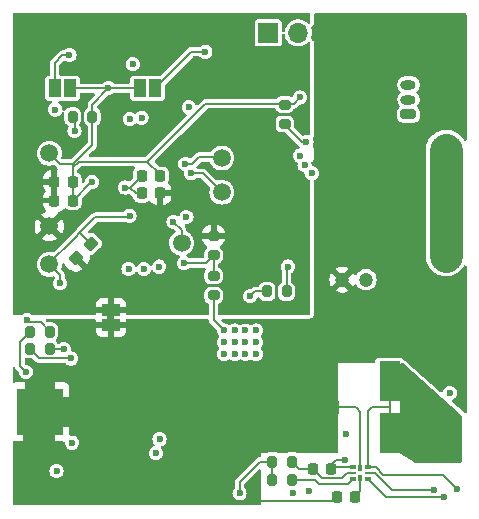
<source format=gbr>
%TF.GenerationSoftware,KiCad,Pcbnew,8.0.3-8.0.3-0~ubuntu22.04.1*%
%TF.CreationDate,2024-06-15T18:18:28-06:00*%
%TF.ProjectId,stm32g070 and DRV8311 single motor board - V1 Alpha,73746d33-3267-4303-9730-20616e642044,rev?*%
%TF.SameCoordinates,Original*%
%TF.FileFunction,Copper,L4,Bot*%
%TF.FilePolarity,Positive*%
%FSLAX46Y46*%
G04 Gerber Fmt 4.6, Leading zero omitted, Abs format (unit mm)*
G04 Created by KiCad (PCBNEW 8.0.3-8.0.3-0~ubuntu22.04.1) date 2024-06-15 18:18:28*
%MOMM*%
%LPD*%
G01*
G04 APERTURE LIST*
G04 Aperture macros list*
%AMRoundRect*
0 Rectangle with rounded corners*
0 $1 Rounding radius*
0 $2 $3 $4 $5 $6 $7 $8 $9 X,Y pos of 4 corners*
0 Add a 4 corners polygon primitive as box body*
4,1,4,$2,$3,$4,$5,$6,$7,$8,$9,$2,$3,0*
0 Add four circle primitives for the rounded corners*
1,1,$1+$1,$2,$3*
1,1,$1+$1,$4,$5*
1,1,$1+$1,$6,$7*
1,1,$1+$1,$8,$9*
0 Add four rect primitives between the rounded corners*
20,1,$1+$1,$2,$3,$4,$5,0*
20,1,$1+$1,$4,$5,$6,$7,0*
20,1,$1+$1,$6,$7,$8,$9,0*
20,1,$1+$1,$8,$9,$2,$3,0*%
G04 Aperture macros list end*
%TA.AperFunction,EtchedComponent*%
%ADD10C,0.000000*%
%TD*%
%TA.AperFunction,ComponentPad*%
%ADD11RoundRect,0.200000X0.450000X-0.200000X0.450000X0.200000X-0.450000X0.200000X-0.450000X-0.200000X0*%
%TD*%
%TA.AperFunction,ComponentPad*%
%ADD12O,1.300000X0.800000*%
%TD*%
%TA.AperFunction,ComponentPad*%
%ADD13C,1.200000*%
%TD*%
%TA.AperFunction,ComponentPad*%
%ADD14C,0.600000*%
%TD*%
%TA.AperFunction,SMDPad,CuDef*%
%ADD15R,0.840000X2.400000*%
%TD*%
%TA.AperFunction,ComponentPad*%
%ADD16R,1.700000X1.700000*%
%TD*%
%TA.AperFunction,ComponentPad*%
%ADD17O,1.700000X1.700000*%
%TD*%
%TA.AperFunction,SMDPad,CuDef*%
%ADD18R,1.800000X3.400000*%
%TD*%
%TA.AperFunction,SMDPad,CuDef*%
%ADD19C,1.500000*%
%TD*%
%TA.AperFunction,SMDPad,CuDef*%
%ADD20R,1.500000X1.000000*%
%TD*%
%TA.AperFunction,SMDPad,CuDef*%
%ADD21RoundRect,0.200000X-0.200000X-0.275000X0.200000X-0.275000X0.200000X0.275000X-0.200000X0.275000X0*%
%TD*%
%TA.AperFunction,SMDPad,CuDef*%
%ADD22RoundRect,0.225000X0.225000X0.250000X-0.225000X0.250000X-0.225000X-0.250000X0.225000X-0.250000X0*%
%TD*%
%TA.AperFunction,SMDPad,CuDef*%
%ADD23R,1.000000X1.500000*%
%TD*%
%TA.AperFunction,SMDPad,CuDef*%
%ADD24RoundRect,0.200000X0.200000X0.275000X-0.200000X0.275000X-0.200000X-0.275000X0.200000X-0.275000X0*%
%TD*%
%TA.AperFunction,SMDPad,CuDef*%
%ADD25RoundRect,0.200000X-0.275000X0.200000X-0.275000X-0.200000X0.275000X-0.200000X0.275000X0.200000X0*%
%TD*%
%TA.AperFunction,SMDPad,CuDef*%
%ADD26RoundRect,0.237500X0.044194X0.380070X-0.380070X-0.044194X-0.044194X-0.380070X0.380070X0.044194X0*%
%TD*%
%TA.AperFunction,SMDPad,CuDef*%
%ADD27R,4.000000X4.000000*%
%TD*%
%TA.AperFunction,SMDPad,CuDef*%
%ADD28RoundRect,0.218750X-0.218750X-0.256250X0.218750X-0.256250X0.218750X0.256250X-0.218750X0.256250X0*%
%TD*%
%TA.AperFunction,SMDPad,CuDef*%
%ADD29RoundRect,0.225000X-0.225000X-0.250000X0.225000X-0.250000X0.225000X0.250000X-0.225000X0.250000X0*%
%TD*%
%TA.AperFunction,SMDPad,CuDef*%
%ADD30R,0.580000X0.300000*%
%TD*%
%TA.AperFunction,SMDPad,CuDef*%
%ADD31R,0.579882X0.249936*%
%TD*%
%TA.AperFunction,SMDPad,CuDef*%
%ADD32R,0.350000X0.630000*%
%TD*%
%TA.AperFunction,ViaPad*%
%ADD33C,0.600000*%
%TD*%
%TA.AperFunction,Conductor*%
%ADD34C,0.200000*%
%TD*%
%TA.AperFunction,Conductor*%
%ADD35C,2.814000*%
%TD*%
%TA.AperFunction,Conductor*%
%ADD36C,1.000000*%
%TD*%
G04 APERTURE END LIST*
D10*
%TA.AperFunction,EtchedComponent*%
%TO.C,L1*%
G36*
X131500000Y-114350000D02*
G01*
X130900000Y-114350000D01*
X130900000Y-113850000D01*
X131500000Y-113850000D01*
X131500000Y-114350000D01*
G37*
%TD.AperFunction*%
%TD*%
D11*
%TO.P,J3,1,Pin_1*%
%TO.N,Net-(J3-Pin_1)*%
X156400000Y-96900000D03*
D12*
%TO.P,J3,2,Pin_2*%
%TO.N,Net-(J3-Pin_2)*%
X156400000Y-95650000D03*
%TO.P,J3,3,Pin_3*%
%TO.N,Net-(J3-Pin_3)*%
X156400000Y-94400000D03*
%TD*%
D13*
%TO.P,C15,1*%
%TO.N,/MOTORPWR*%
X152800000Y-110900000D03*
%TO.P,C15,2*%
%TO.N,GNDPWR*%
X150800000Y-110900000D03*
%TD*%
D14*
%TO.P,U4,11,VSS*%
%TO.N,GNDPWR*%
X132262500Y-124737500D03*
X132262500Y-125687500D03*
D15*
X132262500Y-125687500D03*
D14*
X132262500Y-126637500D03*
%TD*%
D16*
%TO.P,J4,1,Pin_1*%
%TO.N,/USART1_TX*%
X144525000Y-90000000D03*
D17*
%TO.P,J4,2,Pin_2*%
%TO.N,/USART1_RX*%
X147065000Y-90000000D03*
%TD*%
D14*
%TO.P,U2,25,PowerPAD*%
%TO.N,GNDPWR*%
X149162498Y-98100001D03*
X150562500Y-98100001D03*
X149862499Y-97374600D03*
X149162498Y-96699999D03*
X150562500Y-96699999D03*
%TD*%
D18*
%TO.P,R6,1*%
%TO.N,/PSU/BATT-*%
X154800000Y-119500000D03*
%TO.P,R6,2*%
%TO.N,GNDPWR*%
X149600000Y-119500000D03*
%TD*%
D19*
%TO.P,TP1,1,1*%
%TO.N,/NRST*%
X126000000Y-109600000D03*
%TD*%
%TO.P,TP3,1,1*%
%TO.N,/SWC*%
X140600000Y-100600000D03*
%TD*%
D20*
%TO.P,L1,1*%
%TO.N,GND*%
X131200000Y-113450000D03*
%TO.P,L1,2*%
%TO.N,GNDPWR*%
X131200000Y-114750000D03*
%TD*%
D18*
%TO.P,R7,1*%
%TO.N,/PSU/BATT-*%
X154800000Y-123900000D03*
%TO.P,R7,2*%
%TO.N,GNDPWR*%
X149600000Y-123900000D03*
%TD*%
D21*
%TO.P,R5,1*%
%TO.N,/PSU/BATT+*%
X144875000Y-126300000D03*
%TO.P,R5,2*%
%TO.N,Net-(U3-VDD)*%
X146525000Y-126300000D03*
%TD*%
D22*
%TO.P,C11,1*%
%TO.N,Net-(U3-CHG)*%
X151875000Y-129300000D03*
%TO.P,C11,2*%
%TO.N,GNDPWR*%
X150325000Y-129300000D03*
%TD*%
D19*
%TO.P,TP2,1,1*%
%TO.N,/SWD*%
X140600000Y-103500000D03*
%TD*%
D23*
%TO.P,JP2,1,A*%
%TO.N,VDD*%
X133650000Y-94700000D03*
%TO.P,JP2,2,B*%
%TO.N,Net-(J2-Pin_2)*%
X134950000Y-94700000D03*
%TD*%
D24*
%TO.P,R14,1*%
%TO.N,VDD*%
X129625000Y-97100000D03*
%TO.P,R14,2*%
%TO.N,/SDA1*%
X127975000Y-97100000D03*
%TD*%
D25*
%TO.P,R18,1*%
%TO.N,GND*%
X139900000Y-107175000D03*
%TO.P,R18,2*%
%TO.N,/ADC10{slash}VBATT*%
X139900000Y-108825000D03*
%TD*%
%TO.P,R17,1*%
%TO.N,/ADC10{slash}VBATT*%
X139900000Y-110575000D03*
%TO.P,R17,2*%
%TO.N,/MOTORPWR*%
X139900000Y-112225000D03*
%TD*%
D26*
%TO.P,C18,1*%
%TO.N,/NRST*%
X129509880Y-107890120D03*
%TO.P,C18,2*%
%TO.N,GND*%
X128290120Y-109109880D03*
%TD*%
D25*
%TO.P,R1,1*%
%TO.N,VDD*%
X145925659Y-96077365D03*
%TO.P,R1,2*%
%TO.N,Net-(U2-SLEEP_N)*%
X145925659Y-97727365D03*
%TD*%
D19*
%TO.P,TP5,1,1*%
%TO.N,GND*%
X126000000Y-106400000D03*
%TD*%
D27*
%TO.P,H4,1,1*%
%TO.N,GNDPWR*%
X125200000Y-122100000D03*
%TD*%
D22*
%TO.P,C2,1*%
%TO.N,VDD*%
X127975000Y-102600000D03*
%TO.P,C2,2*%
%TO.N,GND*%
X126425000Y-102600000D03*
%TD*%
%TO.P,C1,1*%
%TO.N,VDD*%
X127975000Y-104200000D03*
%TO.P,C1,2*%
%TO.N,GND*%
X126425000Y-104200000D03*
%TD*%
D19*
%TO.P,TP4,1,1*%
%TO.N,VDD*%
X126000000Y-100200000D03*
%TD*%
D23*
%TO.P,JP1,1,A*%
%TO.N,VDD*%
X127750000Y-94700000D03*
%TO.P,JP1,2,B*%
%TO.N,Net-(J1-Pin_2)*%
X126450000Y-94700000D03*
%TD*%
D21*
%TO.P,R3,1*%
%TO.N,/PSU/BATT+*%
X144875000Y-127900000D03*
%TO.P,R3,2*%
%TO.N,Net-(U3-BAT)*%
X146525000Y-127900000D03*
%TD*%
D28*
%TO.P,FB1,1*%
%TO.N,Net-(U1-VREF+)*%
X133812500Y-102100000D03*
%TO.P,FB1,2*%
%TO.N,VDD*%
X135387500Y-102100000D03*
%TD*%
D22*
%TO.P,C19,1*%
%TO.N,GND*%
X135375000Y-103600000D03*
%TO.P,C19,2*%
%TO.N,Net-(U1-VREF+)*%
X133825000Y-103600000D03*
%TD*%
D19*
%TO.P,TP6,1,1*%
%TO.N,/ADC11*%
X137200000Y-107800000D03*
%TD*%
D24*
%TO.P,R9,1*%
%TO.N,Net-(D2-A)*%
X126025000Y-116800000D03*
%TO.P,R9,2*%
%TO.N,/PSU/~{CHG}*%
X124375000Y-116800000D03*
%TD*%
%TO.P,R19,1*%
%TO.N,/LED*%
X146075000Y-111900000D03*
%TO.P,R19,2*%
%TO.N,Net-(D3-A)*%
X144425000Y-111900000D03*
%TD*%
D27*
%TO.P,H2,1,1*%
%TO.N,/PSU/BATT-*%
X158900000Y-124400000D03*
%TD*%
D29*
%TO.P,C12,1*%
%TO.N,Net-(U3-VDD)*%
X148325000Y-126900000D03*
%TO.P,C12,2*%
%TO.N,/PSU/BATT-*%
X149875000Y-126900000D03*
%TD*%
D30*
%TO.P,U3,1,BAT*%
%TO.N,Net-(U3-BAT)*%
X151702500Y-127799999D03*
D31*
%TO.P,U3,2,VDD*%
%TO.N,Net-(U3-VDD)*%
X151702500Y-127300000D03*
D30*
%TO.P,U3,3,VSS*%
%TO.N,/PSU/BATT-*%
X151702500Y-126800001D03*
D32*
%TO.P,U3,4,CS*%
%TO.N,GNDPWR*%
X152337500Y-126865000D03*
D30*
%TO.P,U3,5,CTR*%
%TO.N,/PSU/BATT-*%
X152972500Y-126800001D03*
D31*
%TO.P,U3,6,PACK*%
%TO.N,Net-(U3-PACK)*%
X152972500Y-127300000D03*
D30*
%TO.P,U3,7,DSG*%
%TO.N,Net-(Q1-G)*%
X152972500Y-127799999D03*
D32*
%TO.P,U3,8,CHG*%
%TO.N,Net-(U3-CHG)*%
X152337500Y-127735000D03*
%TD*%
D21*
%TO.P,R8,1*%
%TO.N,/PSU/LDO 4.9v*%
X124387500Y-115300000D03*
%TO.P,R8,2*%
%TO.N,Net-(D1-A)*%
X126037500Y-115300000D03*
%TD*%
D33*
%TO.N,VDD*%
X129600000Y-102636000D03*
X147213896Y-95473287D03*
X131000000Y-94700000D03*
%TO.N,GND*%
X124000000Y-99300000D03*
X123800000Y-108900000D03*
X146000000Y-103400000D03*
X131800000Y-91800000D03*
X126600000Y-127100000D03*
X135000000Y-125600000D03*
X132900000Y-104500000D03*
X136800000Y-89700000D03*
X141000000Y-98600000D03*
X131600000Y-112200000D03*
%TO.N,/MOTORPWR*%
X158600000Y-103400000D03*
X158600000Y-105300000D03*
X142600000Y-115200000D03*
X159600000Y-103400000D03*
X142600000Y-117200000D03*
X143500000Y-115200000D03*
X141700000Y-115200000D03*
X158600000Y-104400000D03*
X141700000Y-116200000D03*
X141700000Y-117200000D03*
X159600000Y-105300000D03*
X160600000Y-104400000D03*
X140800000Y-117200000D03*
X143500000Y-116200000D03*
X160600000Y-103400000D03*
X160600000Y-105300000D03*
X142600000Y-116200000D03*
X140800000Y-116200000D03*
X159600000Y-104400000D03*
X140800000Y-115200000D03*
X143500000Y-117200000D03*
%TO.N,GNDPWR*%
X158900000Y-116500000D03*
X131400000Y-119000000D03*
X124350000Y-126300000D03*
X152800000Y-90800000D03*
X132400000Y-118100000D03*
X153500000Y-106800000D03*
X124350000Y-127150000D03*
X154800000Y-90800000D03*
X157900000Y-117400000D03*
X130400000Y-117100000D03*
X159900000Y-116500000D03*
X132400000Y-117100000D03*
X153800000Y-89800000D03*
X132400000Y-119000000D03*
X154800000Y-89800000D03*
X157900000Y-115500000D03*
X159900000Y-117400000D03*
X153500000Y-104900000D03*
X152500000Y-106800000D03*
X152800000Y-89800000D03*
X131400000Y-118100000D03*
X159900000Y-115500000D03*
X152500000Y-105900000D03*
X153500000Y-105900000D03*
X158900000Y-115500000D03*
X153800000Y-90800000D03*
X152800000Y-91700000D03*
X151500000Y-105900000D03*
X154800000Y-91700000D03*
X151500000Y-104900000D03*
X130400000Y-118100000D03*
X151500000Y-106800000D03*
X131400000Y-117100000D03*
X157900000Y-116500000D03*
X158900000Y-117400000D03*
X153800000Y-91700000D03*
X152500000Y-104900000D03*
X130400000Y-119000000D03*
%TO.N,/SWC*%
X137500000Y-101100000D03*
%TO.N,/SWD*%
X138000000Y-101900000D03*
%TO.N,Net-(U2-SLEEP_N)*%
X147756784Y-99259725D03*
%TO.N,/PSU/LDO 4.9v*%
X127912500Y-124700000D03*
X124000000Y-118700000D03*
%TO.N,/1CSA-B*%
X147600000Y-101200000D03*
X134000000Y-110000000D03*
%TO.N,/1CSA-A*%
X132700000Y-110000000D03*
X148200000Y-101900000D03*
%TO.N,/1CSA-C*%
X135300000Y-109800000D03*
X147200000Y-100400000D03*
%TO.N,/CS1*%
X133049998Y-92649998D03*
X137800000Y-96300000D03*
%TO.N,/PSU/BATT+*%
X142100000Y-129000000D03*
X159900000Y-120500000D03*
%TO.N,Net-(D1-A)*%
X124100000Y-114325000D03*
%TO.N,/PSU/~{CHG}*%
X135321200Y-124421200D03*
X127824265Y-117575735D03*
%TO.N,Net-(D2-A)*%
X127200000Y-116800000D03*
%TO.N,/SDA1*%
X128125000Y-98300000D03*
X126500000Y-96500000D03*
%TO.N,/PSU/BATT-*%
X151000000Y-126200000D03*
X160500000Y-128600000D03*
%TO.N,Net-(Q1-G)*%
X159400000Y-129300000D03*
X148000000Y-128800000D03*
X151100000Y-124000000D03*
%TO.N,/NRST*%
X126900000Y-111200000D03*
X132780603Y-105480603D03*
%TO.N,Net-(U3-PACK)*%
X146600000Y-129000000D03*
X158600000Y-128700000D03*
%TO.N,Net-(J1-Pin_2)*%
X127700000Y-91900000D03*
%TO.N,Net-(J2-Pin_2)*%
X139200000Y-91600000D03*
%TO.N,/USART1_TX*%
X133800000Y-97200000D03*
%TO.N,/USART1_RX*%
X132800000Y-97300000D03*
%TO.N,/ADC11*%
X136500000Y-106000000D03*
%TO.N,/ADC10{slash}VBATT*%
X137400000Y-109500000D03*
%TO.N,Net-(D3-A)*%
X143000000Y-112300000D03*
%TO.N,/LED*%
X137600000Y-105600000D03*
X146200000Y-109800000D03*
%TO.N,Net-(U1-VREF+)*%
X132400000Y-103100000D03*
%TD*%
D34*
%TO.N,VDD*%
X139210135Y-95989865D02*
X134300000Y-100900000D01*
X147239555Y-95475652D02*
X146725342Y-95989865D01*
X129625000Y-97100000D02*
X129800000Y-97100000D01*
X129625000Y-97100000D02*
X129625000Y-99475000D01*
X129625000Y-96075000D02*
X129625000Y-97100000D01*
X127750000Y-94700000D02*
X131000000Y-94700000D01*
X129600000Y-102636000D02*
X129394120Y-102636000D01*
X126925000Y-101125000D02*
X127975000Y-101125000D01*
X134300000Y-100900000D02*
X128475000Y-100900000D01*
X129625000Y-99475000D02*
X127975000Y-101125000D01*
X135387500Y-101987500D02*
X134300000Y-100900000D01*
X128475000Y-100900000D02*
X127975000Y-101400000D01*
X135387500Y-102100000D02*
X135387500Y-101987500D01*
X129600000Y-102636000D02*
X129539000Y-102636000D01*
X127975000Y-102600000D02*
X127975000Y-104200000D01*
X131000000Y-94700000D02*
X129625000Y-96075000D01*
X129539000Y-102636000D02*
X127975000Y-104200000D01*
X146725342Y-95989865D02*
X139210135Y-95989865D01*
X131000000Y-94700000D02*
X133650000Y-94700000D01*
X126000000Y-100200000D02*
X126925000Y-101125000D01*
X127975000Y-101125000D02*
X127975000Y-102600000D01*
%TO.N,/MOTORPWR*%
X139900000Y-114300000D02*
X139900000Y-112225000D01*
D35*
X159600000Y-99900000D02*
X159600000Y-108912500D01*
D34*
X140800000Y-115200000D02*
X139900000Y-114300000D01*
%TO.N,GNDPWR*%
X150325000Y-129300000D02*
X150025000Y-129600000D01*
D36*
X124300000Y-127100000D02*
X124300000Y-123000000D01*
D34*
X152000000Y-121800000D02*
X151900000Y-121700000D01*
X152337500Y-126395001D02*
X152337500Y-122137500D01*
X150025000Y-129600000D02*
X141100000Y-129600000D01*
X151900000Y-121700000D02*
X149600000Y-121700000D01*
D36*
X124300000Y-123000000D02*
X125200000Y-122100000D01*
X124350000Y-127150000D02*
X124300000Y-127100000D01*
D34*
X152337500Y-126865000D02*
X152337500Y-126395001D01*
X152337500Y-122137500D02*
X152000000Y-121800000D01*
%TO.N,/SWC*%
X137500000Y-101100000D02*
X138100000Y-101100000D01*
X140500000Y-100500000D02*
X140600000Y-100600000D01*
X138700000Y-100500000D02*
X140500000Y-100500000D01*
X138100000Y-101100000D02*
X138700000Y-100500000D01*
%TO.N,/SWD*%
X139000003Y-101900003D02*
X140600000Y-103500000D01*
X138000000Y-101900000D02*
X138000003Y-101900003D01*
X138000003Y-101900003D02*
X139000003Y-101900003D01*
%TO.N,Net-(U2-SLEEP_N)*%
X147756784Y-99259725D02*
X147370519Y-99259725D01*
X147370519Y-99259725D02*
X145925659Y-97814865D01*
%TO.N,/PSU/LDO 4.9v*%
X123500000Y-118200000D02*
X123500000Y-116187500D01*
X123500000Y-116187500D02*
X124387500Y-115300000D01*
X124000000Y-118700000D02*
X123500000Y-118200000D01*
%TO.N,/PSU/BATT+*%
X142100000Y-128000000D02*
X143800000Y-126300000D01*
X143800000Y-126300000D02*
X144875000Y-126300000D01*
X144875000Y-126300000D02*
X144875000Y-127900000D01*
X142100000Y-129000000D02*
X142100000Y-128000000D01*
%TO.N,Net-(D1-A)*%
X124100000Y-114325000D02*
X124300000Y-114525000D01*
X125262500Y-114525000D02*
X126037500Y-115300000D01*
X124300000Y-114525000D02*
X125262500Y-114525000D01*
%TO.N,/PSU/~{CHG}*%
X127824265Y-117575735D02*
X125150735Y-117575735D01*
X124375000Y-116800000D02*
X124287500Y-116800000D01*
X125150735Y-117575735D02*
X124375000Y-116800000D01*
%TO.N,Net-(D2-A)*%
X127200000Y-116800000D02*
X126025000Y-116800000D01*
%TO.N,Net-(U3-CHG)*%
X151875000Y-129300000D02*
X152337500Y-128837500D01*
X152337500Y-128837500D02*
X152337500Y-127735000D01*
%TO.N,/SDA1*%
X128125000Y-97250000D02*
X127975000Y-97100000D01*
X128125000Y-98300000D02*
X128125000Y-97250000D01*
%TO.N,/PSU/BATT-*%
X153300000Y-121700000D02*
X154800000Y-121700000D01*
X154800000Y-121700000D02*
X154800000Y-123900000D01*
X149699999Y-126800001D02*
X151702500Y-126800001D01*
X152972500Y-122027500D02*
X153300000Y-121700000D01*
X159300000Y-127400000D02*
X154265686Y-127400000D01*
X153665687Y-126800001D02*
X152972500Y-126800001D01*
X152972500Y-126800001D02*
X152972500Y-122027500D01*
X160500000Y-128600000D02*
X159300000Y-127400000D01*
X154265686Y-127400000D02*
X153665687Y-126800001D01*
X154800000Y-121700000D02*
X154800000Y-119500000D01*
X150300000Y-126200000D02*
X149699999Y-126800001D01*
X151000000Y-126200000D02*
X150300000Y-126200000D01*
%TO.N,Net-(U3-VDD)*%
X149100000Y-127675000D02*
X150787499Y-127675000D01*
X151162499Y-127300000D02*
X151702500Y-127300000D01*
X147125000Y-126900000D02*
X148325000Y-126900000D01*
X146525000Y-126300000D02*
X147125000Y-126900000D01*
X150787499Y-127675000D02*
X151162499Y-127300000D01*
X148325000Y-126900000D02*
X149100000Y-127675000D01*
%TO.N,Net-(Q1-G)*%
X154472501Y-129300000D02*
X152972500Y-127799999D01*
X159400000Y-129300000D02*
X154472501Y-129300000D01*
%TO.N,/NRST*%
X126900000Y-111200000D02*
X126900000Y-110500000D01*
X126900000Y-110500000D02*
X126000000Y-109600000D01*
X132780603Y-105480603D02*
X132780603Y-105480604D01*
X128600000Y-106980240D02*
X128600000Y-106900000D01*
X128050000Y-107450000D02*
X126000000Y-109500000D01*
X128150000Y-107350000D02*
X128050000Y-107450000D01*
X132661207Y-105600000D02*
X129900000Y-105600000D01*
X129509880Y-107890120D02*
X128600000Y-106980240D01*
X128600000Y-106900000D02*
X128150000Y-107350000D01*
X126000000Y-109500000D02*
X126000000Y-109600000D01*
X129900000Y-105600000D02*
X128600000Y-106900000D01*
X132780603Y-105480604D02*
X132661207Y-105600000D01*
%TO.N,Net-(U3-BAT)*%
X148500000Y-127900000D02*
X146525000Y-127900000D01*
X148800000Y-128200000D02*
X148500000Y-127900000D01*
X151302499Y-128200000D02*
X148800000Y-128200000D01*
X151702500Y-127799999D02*
X151302499Y-128200000D01*
%TO.N,Net-(U3-PACK)*%
X155000000Y-128700000D02*
X153600000Y-127300000D01*
X153600000Y-127300000D02*
X152972500Y-127300000D01*
X158600000Y-128700000D02*
X155000000Y-128700000D01*
%TO.N,Net-(J1-Pin_2)*%
X126450000Y-94700000D02*
X126450000Y-92550000D01*
X126450000Y-92550000D02*
X127100000Y-91900000D01*
X127100000Y-91900000D02*
X127700000Y-91900000D01*
%TO.N,Net-(J2-Pin_2)*%
X138000000Y-91600000D02*
X139200000Y-91600000D01*
X134950000Y-94700000D02*
X134950000Y-94650000D01*
X134950000Y-94650000D02*
X138000000Y-91600000D01*
%TO.N,/ADC11*%
X136500000Y-106000000D02*
X137200000Y-106700000D01*
X137200000Y-106700000D02*
X137200000Y-107800000D01*
%TO.N,/ADC10{slash}VBATT*%
X139900000Y-110575000D02*
X139900000Y-108825000D01*
X137400000Y-109500000D02*
X139225000Y-109500000D01*
X139225000Y-109500000D02*
X139900000Y-108825000D01*
%TO.N,Net-(D3-A)*%
X144425000Y-111900000D02*
X143400000Y-111900000D01*
X143400000Y-111900000D02*
X143000000Y-112300000D01*
%TO.N,/LED*%
X146075000Y-111900000D02*
X146075000Y-109925000D01*
X146075000Y-109925000D02*
X146200000Y-109800000D01*
%TO.N,Net-(U1-VREF+)*%
X133312500Y-103600000D02*
X132812500Y-103100000D01*
X133825000Y-103600000D02*
X133312500Y-103600000D01*
X132812500Y-103100000D02*
X133812500Y-102100000D01*
X132400000Y-103100000D02*
X132812500Y-103100000D01*
%TD*%
%TA.AperFunction,Conductor*%
%TO.N,GNDPWR*%
G36*
X161323500Y-122099166D02*
G01*
X161303815Y-122166205D01*
X161251011Y-122211960D01*
X161181853Y-122221904D01*
X161118297Y-122192879D01*
X161111819Y-122186847D01*
X161072210Y-122147238D01*
X161065349Y-122139793D01*
X161060575Y-122134168D01*
X160081341Y-121267923D01*
X160044171Y-121208760D01*
X160044887Y-121138894D01*
X160083262Y-121080507D01*
X160116038Y-121060490D01*
X160202841Y-121024536D01*
X160328282Y-120928282D01*
X160424536Y-120802841D01*
X160485044Y-120656762D01*
X160505682Y-120500000D01*
X160485044Y-120343238D01*
X160424536Y-120197159D01*
X160328282Y-120071718D01*
X160202841Y-119975464D01*
X160056762Y-119914956D01*
X160056760Y-119914955D01*
X159900001Y-119894318D01*
X159899999Y-119894318D01*
X159743239Y-119914955D01*
X159743237Y-119914956D01*
X159597160Y-119975463D01*
X159471718Y-120071718D01*
X159375463Y-120197160D01*
X159314955Y-120343239D01*
X159313371Y-120349153D01*
X159277004Y-120408813D01*
X159214156Y-120439340D01*
X159144781Y-120431043D01*
X159111440Y-120409933D01*
X156108528Y-117753512D01*
X156107375Y-117752496D01*
X156106466Y-117751700D01*
X156106460Y-117751696D01*
X156106459Y-117751695D01*
X156032112Y-117703640D01*
X156017163Y-117696814D01*
X155964358Y-117651059D01*
X155955242Y-117634112D01*
X155952206Y-117627235D01*
X155872765Y-117547794D01*
X155807091Y-117518796D01*
X155769992Y-117502415D01*
X155744865Y-117499500D01*
X153855143Y-117499500D01*
X153855117Y-117499502D01*
X153830012Y-117502413D01*
X153830008Y-117502415D01*
X153727235Y-117547793D01*
X153647794Y-117627234D01*
X153602415Y-117730006D01*
X153602415Y-117730008D01*
X153599500Y-117755131D01*
X153599500Y-117801200D01*
X153579815Y-117868239D01*
X153527011Y-117913994D01*
X153475500Y-117925200D01*
X150142600Y-117925200D01*
X150142600Y-121074800D01*
X150376000Y-121074800D01*
X150443039Y-121094485D01*
X150488794Y-121147289D01*
X150500000Y-121198800D01*
X150500000Y-122201200D01*
X150480315Y-122268239D01*
X150427511Y-122313994D01*
X150376000Y-122325200D01*
X150142600Y-122325200D01*
X150142600Y-125476000D01*
X150122915Y-125543039D01*
X150070111Y-125588794D01*
X150018600Y-125600000D01*
X147033403Y-125600000D01*
X146973975Y-125584832D01*
X146967328Y-125581202D01*
X146832486Y-125530910D01*
X146832485Y-125530909D01*
X146832483Y-125530909D01*
X146772873Y-125524500D01*
X146772863Y-125524500D01*
X146277129Y-125524500D01*
X146277123Y-125524501D01*
X146217516Y-125530908D01*
X146082671Y-125581202D01*
X146076025Y-125584832D01*
X146016597Y-125600000D01*
X145383403Y-125600000D01*
X145323975Y-125584832D01*
X145317328Y-125581202D01*
X145182486Y-125530910D01*
X145182485Y-125530909D01*
X145182483Y-125530909D01*
X145122873Y-125524500D01*
X145122863Y-125524500D01*
X144627129Y-125524500D01*
X144627123Y-125524501D01*
X144567516Y-125530908D01*
X144432671Y-125581202D01*
X144426025Y-125584832D01*
X144366597Y-125600000D01*
X143900000Y-125600000D01*
X143900000Y-125775500D01*
X143880315Y-125842539D01*
X143827511Y-125888294D01*
X143776000Y-125899500D01*
X143747273Y-125899500D01*
X143645410Y-125926793D01*
X143554087Y-125979520D01*
X143554084Y-125979522D01*
X141779522Y-127754084D01*
X141779520Y-127754087D01*
X141726793Y-127845412D01*
X141717654Y-127879520D01*
X141717654Y-127879521D01*
X141717653Y-127879520D01*
X141699500Y-127947271D01*
X141699500Y-128493419D01*
X141679815Y-128560458D01*
X141673876Y-128568905D01*
X141575464Y-128697157D01*
X141514956Y-128843237D01*
X141514955Y-128843239D01*
X141494318Y-128999998D01*
X141494318Y-129000001D01*
X141514955Y-129156760D01*
X141514956Y-129156762D01*
X141574287Y-129300001D01*
X141575464Y-129302841D01*
X141671718Y-129428282D01*
X141797159Y-129524536D01*
X141943238Y-129585044D01*
X142005592Y-129593253D01*
X142099999Y-129605682D01*
X142100000Y-129605682D01*
X142100001Y-129605682D01*
X142152254Y-129598802D01*
X142256762Y-129585044D01*
X142402841Y-129524536D01*
X142528282Y-129428282D01*
X142624536Y-129302841D01*
X142685044Y-129156762D01*
X142705682Y-129000000D01*
X142685044Y-128843238D01*
X142624536Y-128697159D01*
X142624535Y-128697158D01*
X142624535Y-128697157D01*
X142526124Y-128568905D01*
X142500930Y-128503736D01*
X142500500Y-128493419D01*
X142500500Y-128217255D01*
X142520185Y-128150216D01*
X142536819Y-128129574D01*
X143688319Y-126978074D01*
X143749642Y-126944589D01*
X143819334Y-126949573D01*
X143875267Y-126991445D01*
X143899684Y-127056909D01*
X143900000Y-127065755D01*
X143900000Y-129894500D01*
X143880315Y-129961539D01*
X143827511Y-130007294D01*
X143776000Y-130018500D01*
X123006500Y-130018500D01*
X122939461Y-129998815D01*
X122893706Y-129946011D01*
X122882500Y-129894500D01*
X122882500Y-127099998D01*
X125994318Y-127099998D01*
X125994318Y-127100001D01*
X126014955Y-127256760D01*
X126014956Y-127256762D01*
X126075464Y-127402841D01*
X126171718Y-127528282D01*
X126297159Y-127624536D01*
X126443238Y-127685044D01*
X126521619Y-127695363D01*
X126599999Y-127705682D01*
X126600000Y-127705682D01*
X126600001Y-127705682D01*
X126652254Y-127698802D01*
X126756762Y-127685044D01*
X126902841Y-127624536D01*
X127028282Y-127528282D01*
X127124536Y-127402841D01*
X127185044Y-127256762D01*
X127205682Y-127100000D01*
X127185044Y-126943238D01*
X127124536Y-126797159D01*
X127028282Y-126671718D01*
X126902841Y-126575464D01*
X126756762Y-126514956D01*
X126756760Y-126514955D01*
X126600001Y-126494318D01*
X126599999Y-126494318D01*
X126443239Y-126514955D01*
X126443237Y-126514956D01*
X126297160Y-126575463D01*
X126171718Y-126671718D01*
X126075463Y-126797160D01*
X126014956Y-126943237D01*
X126014955Y-126943239D01*
X125994318Y-127099998D01*
X122882500Y-127099998D01*
X122882500Y-125599998D01*
X134394318Y-125599998D01*
X134394318Y-125600000D01*
X134414955Y-125756760D01*
X134414956Y-125756762D01*
X134475464Y-125902841D01*
X134571718Y-126028282D01*
X134697159Y-126124536D01*
X134843238Y-126185044D01*
X134921619Y-126195363D01*
X134999999Y-126205682D01*
X135000000Y-126205682D01*
X135000001Y-126205682D01*
X135052254Y-126198802D01*
X135156762Y-126185044D01*
X135302841Y-126124536D01*
X135428282Y-126028282D01*
X135524536Y-125902841D01*
X135585044Y-125756762D01*
X135605682Y-125600000D01*
X135603207Y-125581204D01*
X135585044Y-125443239D01*
X135585044Y-125443238D01*
X135524536Y-125297159D01*
X135442287Y-125189970D01*
X135417095Y-125124805D01*
X135431133Y-125056360D01*
X135479947Y-125006370D01*
X135493201Y-124999931D01*
X135624041Y-124945736D01*
X135749482Y-124849482D01*
X135845736Y-124724041D01*
X135906244Y-124577962D01*
X135926882Y-124421200D01*
X135906244Y-124264438D01*
X135845736Y-124118359D01*
X135749482Y-123992918D01*
X135624041Y-123896664D01*
X135477962Y-123836156D01*
X135477960Y-123836155D01*
X135321201Y-123815518D01*
X135321199Y-123815518D01*
X135164439Y-123836155D01*
X135164437Y-123836156D01*
X135018360Y-123896663D01*
X134892918Y-123992918D01*
X134796663Y-124118360D01*
X134736156Y-124264437D01*
X134736155Y-124264439D01*
X134715518Y-124421198D01*
X134715518Y-124421201D01*
X134736155Y-124577960D01*
X134736156Y-124577962D01*
X134784145Y-124693819D01*
X134796664Y-124724041D01*
X134878911Y-124831227D01*
X134904104Y-124896395D01*
X134890066Y-124964839D01*
X134841252Y-125014829D01*
X134827987Y-125021273D01*
X134697160Y-125075463D01*
X134571718Y-125171718D01*
X134475463Y-125297160D01*
X134414956Y-125443237D01*
X134414955Y-125443239D01*
X134394318Y-125599998D01*
X122882500Y-125599998D01*
X122882500Y-124693819D01*
X122902185Y-124626780D01*
X122954989Y-124581025D01*
X123024147Y-124571081D01*
X123049836Y-124577638D01*
X123092622Y-124593597D01*
X123092627Y-124593598D01*
X123152155Y-124599999D01*
X123152172Y-124600000D01*
X123950000Y-124600000D01*
X126450000Y-124600000D01*
X127184908Y-124600000D01*
X127251947Y-124619685D01*
X127297702Y-124672489D01*
X127307847Y-124707815D01*
X127327455Y-124856760D01*
X127327456Y-124856762D01*
X127386756Y-124999926D01*
X127387964Y-125002841D01*
X127484218Y-125128282D01*
X127609659Y-125224536D01*
X127755738Y-125285044D01*
X127834119Y-125295363D01*
X127912499Y-125305682D01*
X127912500Y-125305682D01*
X127912501Y-125305682D01*
X127977239Y-125297159D01*
X128069262Y-125285044D01*
X128215341Y-125224536D01*
X128340782Y-125128282D01*
X128437036Y-125002841D01*
X128497544Y-124856762D01*
X128518182Y-124700000D01*
X128517368Y-124693819D01*
X128497544Y-124543239D01*
X128497544Y-124543238D01*
X128437036Y-124397159D01*
X128340782Y-124271718D01*
X128215341Y-124175464D01*
X128069262Y-124114956D01*
X128069260Y-124114955D01*
X127912501Y-124094318D01*
X127912499Y-124094318D01*
X127840185Y-124103838D01*
X127771150Y-124093072D01*
X127718894Y-124046692D01*
X127700000Y-123980899D01*
X127700000Y-123350000D01*
X126450000Y-123350000D01*
X126450000Y-124600000D01*
X123950000Y-124600000D01*
X123950000Y-120850000D01*
X126450000Y-120850000D01*
X127700000Y-120850000D01*
X127700000Y-120052172D01*
X127699999Y-120052155D01*
X127693598Y-119992627D01*
X127693596Y-119992620D01*
X127643354Y-119857913D01*
X127643350Y-119857906D01*
X127557190Y-119742812D01*
X127557187Y-119742809D01*
X127442093Y-119656649D01*
X127442086Y-119656645D01*
X127307379Y-119606403D01*
X127307372Y-119606401D01*
X127247844Y-119600000D01*
X126450000Y-119600000D01*
X126450000Y-120850000D01*
X123950000Y-120850000D01*
X123950000Y-119600000D01*
X123152155Y-119600000D01*
X123092627Y-119606401D01*
X123092621Y-119606402D01*
X123049831Y-119622362D01*
X122980140Y-119627345D01*
X122918817Y-119593859D01*
X122885333Y-119532535D01*
X122882500Y-119506179D01*
X122882500Y-118384746D01*
X122902185Y-118317707D01*
X122954989Y-118271952D01*
X123024147Y-118262008D01*
X123087703Y-118291033D01*
X123125477Y-118349811D01*
X123126270Y-118352638D01*
X123126793Y-118354588D01*
X123179520Y-118445913D01*
X123179522Y-118445915D01*
X123358597Y-118624990D01*
X123392082Y-118686313D01*
X123393855Y-118696485D01*
X123394318Y-118699998D01*
X123394318Y-118700000D01*
X123414956Y-118856762D01*
X123475464Y-119002841D01*
X123571718Y-119128282D01*
X123697159Y-119224536D01*
X123843238Y-119285044D01*
X123921619Y-119295363D01*
X123999999Y-119305682D01*
X124000000Y-119305682D01*
X124000001Y-119305682D01*
X124052254Y-119298802D01*
X124156762Y-119285044D01*
X124302841Y-119224536D01*
X124428282Y-119128282D01*
X124524536Y-119002841D01*
X124585044Y-118856762D01*
X124605682Y-118700000D01*
X124585044Y-118543238D01*
X124524536Y-118397159D01*
X124428282Y-118271718D01*
X124302841Y-118175464D01*
X124156762Y-118114956D01*
X124128219Y-118111198D01*
X124008314Y-118095412D01*
X123944418Y-118067145D01*
X123905947Y-118008821D01*
X123900500Y-117972473D01*
X123900500Y-117685391D01*
X123920185Y-117618352D01*
X123972989Y-117572597D01*
X124042147Y-117562653D01*
X124065577Y-117568633D01*
X124067508Y-117569089D01*
X124067513Y-117569089D01*
X124067517Y-117569091D01*
X124127127Y-117575500D01*
X124532744Y-117575499D01*
X124599783Y-117595183D01*
X124620425Y-117611818D01*
X124904822Y-117896215D01*
X124996147Y-117948942D01*
X125098008Y-117976235D01*
X125203462Y-117976235D01*
X127317685Y-117976235D01*
X127384724Y-117995920D01*
X127393172Y-118001859D01*
X127395981Y-118004014D01*
X127395983Y-118004017D01*
X127521424Y-118100271D01*
X127667503Y-118160779D01*
X127745884Y-118171098D01*
X127824264Y-118181417D01*
X127824265Y-118181417D01*
X127824266Y-118181417D01*
X127876519Y-118174537D01*
X127981027Y-118160779D01*
X128127106Y-118100271D01*
X128252547Y-118004017D01*
X128348801Y-117878576D01*
X128409309Y-117732497D01*
X128429947Y-117575735D01*
X128429072Y-117569091D01*
X128409309Y-117418974D01*
X128409309Y-117418973D01*
X128348801Y-117272894D01*
X128252547Y-117147453D01*
X128127106Y-117051199D01*
X128107886Y-117043238D01*
X128019152Y-117006483D01*
X127981027Y-116990691D01*
X127906929Y-116980935D01*
X127843034Y-116952669D01*
X127804563Y-116894345D01*
X127800177Y-116841813D01*
X127805682Y-116800000D01*
X127800169Y-116758128D01*
X127785044Y-116643239D01*
X127785044Y-116643238D01*
X127724536Y-116497159D01*
X127628282Y-116371718D01*
X127502841Y-116275464D01*
X127356762Y-116214956D01*
X127356760Y-116214955D01*
X127200001Y-116194318D01*
X127199999Y-116194318D01*
X127043239Y-116214955D01*
X127043237Y-116214956D01*
X126897157Y-116275464D01*
X126848240Y-116313000D01*
X126783070Y-116338194D01*
X126714626Y-116324155D01*
X126673488Y-116288936D01*
X126618105Y-116214955D01*
X126582546Y-116167454D01*
X126564499Y-116153944D01*
X126522628Y-116098010D01*
X126517645Y-116028318D01*
X126551131Y-115966995D01*
X126564491Y-115955419D01*
X126595046Y-115932546D01*
X126681296Y-115817331D01*
X126731591Y-115682483D01*
X126738000Y-115622873D01*
X126737999Y-115297844D01*
X129950000Y-115297844D01*
X129956401Y-115357372D01*
X129956403Y-115357379D01*
X130006645Y-115492086D01*
X130006649Y-115492093D01*
X130092809Y-115607187D01*
X130092812Y-115607190D01*
X130207906Y-115693350D01*
X130207913Y-115693354D01*
X130342620Y-115743596D01*
X130342627Y-115743598D01*
X130402155Y-115749999D01*
X130402172Y-115750000D01*
X130950000Y-115750000D01*
X131450000Y-115750000D01*
X131997828Y-115750000D01*
X131997844Y-115749999D01*
X132057372Y-115743598D01*
X132057379Y-115743596D01*
X132192086Y-115693354D01*
X132192093Y-115693350D01*
X132307187Y-115607190D01*
X132307190Y-115607187D01*
X132393350Y-115492093D01*
X132393354Y-115492086D01*
X132443596Y-115357379D01*
X132443598Y-115357372D01*
X132449999Y-115297844D01*
X132450000Y-115297827D01*
X132450000Y-115000000D01*
X131450000Y-115000000D01*
X131450000Y-115750000D01*
X130950000Y-115750000D01*
X130950000Y-115000000D01*
X129950000Y-115000000D01*
X129950000Y-115297844D01*
X126737999Y-115297844D01*
X126737999Y-114977128D01*
X126731591Y-114917517D01*
X126723998Y-114897160D01*
X126681297Y-114782671D01*
X126681293Y-114782664D01*
X126595047Y-114667455D01*
X126595044Y-114667452D01*
X126479835Y-114581206D01*
X126479828Y-114581202D01*
X126344982Y-114530908D01*
X126344983Y-114530908D01*
X126285383Y-114524501D01*
X126285381Y-114524500D01*
X126285373Y-114524500D01*
X126285365Y-114524500D01*
X125879755Y-114524500D01*
X125812716Y-114504815D01*
X125792074Y-114488181D01*
X125721074Y-114417181D01*
X125687589Y-114355858D01*
X125692573Y-114286166D01*
X125734445Y-114230233D01*
X125799909Y-114205816D01*
X125808755Y-114205500D01*
X129826000Y-114205500D01*
X129893039Y-114225185D01*
X129938794Y-114277989D01*
X129950000Y-114329500D01*
X129950000Y-114500000D01*
X132450000Y-114500000D01*
X132450000Y-114329500D01*
X132469685Y-114262461D01*
X132522489Y-114216706D01*
X132574000Y-114205500D01*
X139375500Y-114205500D01*
X139442539Y-114225185D01*
X139488294Y-114277989D01*
X139499500Y-114329500D01*
X139499500Y-114352726D01*
X139526793Y-114454589D01*
X139542481Y-114481760D01*
X139579520Y-114545913D01*
X139579522Y-114545915D01*
X140158597Y-115124990D01*
X140192082Y-115186313D01*
X140193855Y-115196485D01*
X140214956Y-115356761D01*
X140214956Y-115356762D01*
X140275464Y-115502842D01*
X140368826Y-115624514D01*
X140394020Y-115689683D01*
X140379981Y-115758128D01*
X140368826Y-115775486D01*
X140275464Y-115897157D01*
X140214956Y-116043237D01*
X140214955Y-116043239D01*
X140194318Y-116199998D01*
X140194318Y-116200001D01*
X140214955Y-116356760D01*
X140214956Y-116356762D01*
X140275464Y-116502842D01*
X140368826Y-116624514D01*
X140394020Y-116689683D01*
X140379981Y-116758128D01*
X140368826Y-116775486D01*
X140275464Y-116897157D01*
X140214956Y-117043237D01*
X140214955Y-117043239D01*
X140194318Y-117199998D01*
X140194318Y-117200001D01*
X140214955Y-117356760D01*
X140214956Y-117356762D01*
X140275287Y-117502415D01*
X140275464Y-117502841D01*
X140371718Y-117628282D01*
X140497159Y-117724536D01*
X140643238Y-117785044D01*
X140721619Y-117795363D01*
X140799999Y-117805682D01*
X140800000Y-117805682D01*
X140800001Y-117805682D01*
X140852254Y-117798802D01*
X140956762Y-117785044D01*
X141102841Y-117724536D01*
X141174513Y-117669539D01*
X141239682Y-117644345D01*
X141308127Y-117658383D01*
X141325484Y-117669538D01*
X141346144Y-117685391D01*
X141397157Y-117724535D01*
X141397158Y-117724535D01*
X141397159Y-117724536D01*
X141543238Y-117785044D01*
X141621619Y-117795363D01*
X141699999Y-117805682D01*
X141700000Y-117805682D01*
X141700001Y-117805682D01*
X141752254Y-117798802D01*
X141856762Y-117785044D01*
X142002841Y-117724536D01*
X142074513Y-117669539D01*
X142139682Y-117644345D01*
X142208127Y-117658383D01*
X142225484Y-117669538D01*
X142246144Y-117685391D01*
X142297157Y-117724535D01*
X142297158Y-117724535D01*
X142297159Y-117724536D01*
X142443238Y-117785044D01*
X142521619Y-117795363D01*
X142599999Y-117805682D01*
X142600000Y-117805682D01*
X142600001Y-117805682D01*
X142652254Y-117798802D01*
X142756762Y-117785044D01*
X142902841Y-117724536D01*
X142974513Y-117669539D01*
X143039682Y-117644345D01*
X143108127Y-117658383D01*
X143125484Y-117669538D01*
X143146144Y-117685391D01*
X143197157Y-117724535D01*
X143197158Y-117724535D01*
X143197159Y-117724536D01*
X143343238Y-117785044D01*
X143421619Y-117795363D01*
X143499999Y-117805682D01*
X143500000Y-117805682D01*
X143500001Y-117805682D01*
X143552254Y-117798802D01*
X143656762Y-117785044D01*
X143802841Y-117724536D01*
X143928282Y-117628282D01*
X144024536Y-117502841D01*
X144085044Y-117356762D01*
X144105682Y-117200000D01*
X144085044Y-117043238D01*
X144024536Y-116897159D01*
X143931171Y-116775484D01*
X143905979Y-116710317D01*
X143920017Y-116641873D01*
X143931167Y-116624521D01*
X144024536Y-116502841D01*
X144085044Y-116356762D01*
X144105682Y-116200000D01*
X144101397Y-116167455D01*
X144085044Y-116043239D01*
X144085044Y-116043238D01*
X144024536Y-115897159D01*
X143931171Y-115775484D01*
X143905979Y-115710317D01*
X143920017Y-115641873D01*
X143931167Y-115624521D01*
X144024536Y-115502841D01*
X144085044Y-115356762D01*
X144098802Y-115252254D01*
X144105682Y-115200001D01*
X144105682Y-115199998D01*
X144085044Y-115043239D01*
X144085044Y-115043238D01*
X144024536Y-114897159D01*
X143928282Y-114771718D01*
X143802841Y-114675464D01*
X143783503Y-114667454D01*
X143656762Y-114614956D01*
X143656760Y-114614955D01*
X143500001Y-114594318D01*
X143499999Y-114594318D01*
X143343239Y-114614955D01*
X143343237Y-114614956D01*
X143197157Y-114675464D01*
X143125486Y-114730460D01*
X143060317Y-114755654D01*
X142991872Y-114741615D01*
X142974514Y-114730460D01*
X142902842Y-114675464D01*
X142756762Y-114614956D01*
X142756760Y-114614955D01*
X142600001Y-114594318D01*
X142599999Y-114594318D01*
X142443239Y-114614955D01*
X142443237Y-114614956D01*
X142297157Y-114675464D01*
X142225486Y-114730460D01*
X142160317Y-114755654D01*
X142091872Y-114741615D01*
X142074514Y-114730460D01*
X142002842Y-114675464D01*
X141856762Y-114614956D01*
X141856760Y-114614955D01*
X141700001Y-114594318D01*
X141699999Y-114594318D01*
X141543239Y-114614955D01*
X141543237Y-114614956D01*
X141397157Y-114675464D01*
X141325486Y-114730460D01*
X141260317Y-114755654D01*
X141191872Y-114741615D01*
X141174514Y-114730460D01*
X141102842Y-114675464D01*
X140987864Y-114627839D01*
X140956762Y-114614956D01*
X140900577Y-114607559D01*
X140796485Y-114593855D01*
X140732589Y-114565588D01*
X140724990Y-114558597D01*
X140583574Y-114417181D01*
X140550089Y-114355858D01*
X140555073Y-114286166D01*
X140596945Y-114230233D01*
X140662409Y-114205816D01*
X140671255Y-114205500D01*
X147975990Y-114205500D01*
X147976000Y-114205500D01*
X148040941Y-114198518D01*
X148092452Y-114187312D01*
X148130658Y-114176354D01*
X148227571Y-114119675D01*
X148280375Y-114073920D01*
X148280382Y-114073912D01*
X148280387Y-114073908D01*
X148322548Y-114029192D01*
X148322553Y-114029187D01*
X148373439Y-113929111D01*
X148381987Y-113900000D01*
X161323500Y-113900000D01*
X161323500Y-122099166D01*
G37*
%TD.AperFunction*%
%TD*%
%TA.AperFunction,Conductor*%
%TO.N,GNDPWR*%
G36*
X161266539Y-88358185D02*
G01*
X161312294Y-88410989D01*
X161323500Y-88462500D01*
X161323500Y-99007415D01*
X161303815Y-99074454D01*
X161251011Y-99120209D01*
X161181853Y-99130153D01*
X161118297Y-99101128D01*
X161092113Y-99069415D01*
X161022781Y-98949328D01*
X160886522Y-98771752D01*
X160886516Y-98771745D01*
X160728254Y-98613483D01*
X160728247Y-98613477D01*
X160550671Y-98477218D01*
X160356831Y-98365305D01*
X160356821Y-98365300D01*
X160199167Y-98299998D01*
X160150036Y-98279647D01*
X160137589Y-98276312D01*
X160104335Y-98267401D01*
X159933832Y-98221716D01*
X159933826Y-98221715D01*
X159933821Y-98221714D01*
X159711924Y-98192501D01*
X159711921Y-98192500D01*
X159711915Y-98192500D01*
X159488085Y-98192500D01*
X159488079Y-98192500D01*
X159488075Y-98192501D01*
X159266178Y-98221714D01*
X159266171Y-98221715D01*
X159266168Y-98221716D01*
X159194100Y-98241026D01*
X159049970Y-98279645D01*
X159049966Y-98279646D01*
X159049964Y-98279647D01*
X159049957Y-98279650D01*
X158843178Y-98365300D01*
X158843168Y-98365305D01*
X158649328Y-98477218D01*
X158471752Y-98613477D01*
X158471745Y-98613483D01*
X158313483Y-98771745D01*
X158313477Y-98771752D01*
X158177218Y-98949328D01*
X158065305Y-99143168D01*
X158065300Y-99143178D01*
X157979650Y-99349957D01*
X157979645Y-99349970D01*
X157921717Y-99566165D01*
X157921714Y-99566178D01*
X157892501Y-99788075D01*
X157892500Y-99788091D01*
X157892500Y-109024408D01*
X157892501Y-109024424D01*
X157921714Y-109246321D01*
X157921715Y-109246326D01*
X157921716Y-109246332D01*
X157979647Y-109462536D01*
X157996182Y-109502454D01*
X158065300Y-109669321D01*
X158065305Y-109669331D01*
X158177218Y-109863171D01*
X158313477Y-110040747D01*
X158313483Y-110040754D01*
X158471745Y-110199016D01*
X158471752Y-110199022D01*
X158649328Y-110335281D01*
X158843168Y-110447194D01*
X158843178Y-110447199D01*
X158909070Y-110474492D01*
X159049964Y-110532853D01*
X159266168Y-110590784D01*
X159488085Y-110620000D01*
X159488092Y-110620000D01*
X159711908Y-110620000D01*
X159711915Y-110620000D01*
X159933832Y-110590784D01*
X160150036Y-110532853D01*
X160356828Y-110447196D01*
X160550672Y-110335281D01*
X160728249Y-110199021D01*
X160886521Y-110040749D01*
X161022781Y-109863172D01*
X161092113Y-109743083D01*
X161142679Y-109694869D01*
X161211286Y-109681645D01*
X161276151Y-109707613D01*
X161316680Y-109764527D01*
X161323500Y-109805084D01*
X161323500Y-113900000D01*
X148381987Y-113900000D01*
X148393124Y-113862072D01*
X148405500Y-113776000D01*
X148405500Y-111834240D01*
X150219311Y-111834240D01*
X150307585Y-111888897D01*
X150497678Y-111962539D01*
X150698072Y-112000000D01*
X150901928Y-112000000D01*
X151102322Y-111962539D01*
X151292412Y-111888899D01*
X151292416Y-111888897D01*
X151380686Y-111834241D01*
X151380686Y-111834240D01*
X150800001Y-111253553D01*
X150800000Y-111253553D01*
X150219311Y-111834240D01*
X148405500Y-111834240D01*
X148405500Y-110899999D01*
X149695287Y-110899999D01*
X149695287Y-110900000D01*
X149714096Y-111102989D01*
X149714097Y-111102992D01*
X149769883Y-111299063D01*
X149769886Y-111299069D01*
X149860751Y-111481551D01*
X149862533Y-111483911D01*
X150446446Y-110900000D01*
X150446446Y-110899999D01*
X150406951Y-110860504D01*
X150500000Y-110860504D01*
X150500000Y-110939496D01*
X150520444Y-111015796D01*
X150559940Y-111084205D01*
X150615795Y-111140060D01*
X150684204Y-111179556D01*
X150760504Y-111200000D01*
X150839496Y-111200000D01*
X150915796Y-111179556D01*
X150984205Y-111140060D01*
X151040060Y-111084205D01*
X151079556Y-111015796D01*
X151100000Y-110939496D01*
X151100000Y-110900000D01*
X151153553Y-110900000D01*
X151737465Y-111483912D01*
X151739247Y-111481553D01*
X151739251Y-111481547D01*
X151801500Y-111356534D01*
X151849002Y-111305297D01*
X151916665Y-111287875D01*
X151983006Y-111309800D01*
X152019887Y-111349805D01*
X152067467Y-111432216D01*
X152124822Y-111495915D01*
X152194129Y-111572888D01*
X152347265Y-111684148D01*
X152347270Y-111684151D01*
X152520192Y-111761142D01*
X152520197Y-111761144D01*
X152705354Y-111800500D01*
X152705355Y-111800500D01*
X152894644Y-111800500D01*
X152894646Y-111800500D01*
X153079803Y-111761144D01*
X153252730Y-111684151D01*
X153405871Y-111572888D01*
X153532533Y-111432216D01*
X153627179Y-111268284D01*
X153685674Y-111088256D01*
X153705460Y-110900000D01*
X153685674Y-110711744D01*
X153627179Y-110531716D01*
X153532533Y-110367784D01*
X153405871Y-110227112D01*
X153390193Y-110215721D01*
X153252734Y-110115851D01*
X153252729Y-110115848D01*
X153079807Y-110038857D01*
X153079802Y-110038855D01*
X152934001Y-110007865D01*
X152894646Y-109999500D01*
X152705354Y-109999500D01*
X152672897Y-110006398D01*
X152520197Y-110038855D01*
X152520192Y-110038857D01*
X152347270Y-110115848D01*
X152347265Y-110115851D01*
X152194129Y-110227111D01*
X152067465Y-110367785D01*
X152019887Y-110450194D01*
X151969320Y-110498410D01*
X151900713Y-110511632D01*
X151835848Y-110485664D01*
X151801500Y-110443466D01*
X151739249Y-110318449D01*
X151739247Y-110318447D01*
X151737465Y-110316087D01*
X151153553Y-110900000D01*
X151100000Y-110900000D01*
X151100000Y-110860504D01*
X151079556Y-110784204D01*
X151040060Y-110715795D01*
X150984205Y-110659940D01*
X150915796Y-110620444D01*
X150839496Y-110600000D01*
X150760504Y-110600000D01*
X150684204Y-110620444D01*
X150615795Y-110659940D01*
X150559940Y-110715795D01*
X150520444Y-110784204D01*
X150500000Y-110860504D01*
X150406951Y-110860504D01*
X149862533Y-110316087D01*
X149860755Y-110318442D01*
X149860754Y-110318443D01*
X149769886Y-110500930D01*
X149769883Y-110500936D01*
X149714097Y-110697007D01*
X149714096Y-110697010D01*
X149695287Y-110899999D01*
X148405500Y-110899999D01*
X148405500Y-109965758D01*
X150219311Y-109965758D01*
X150800000Y-110546446D01*
X150800001Y-110546446D01*
X151380687Y-109965758D01*
X151292413Y-109911101D01*
X151292411Y-109911100D01*
X151102321Y-109837460D01*
X150901928Y-109800000D01*
X150698072Y-109800000D01*
X150497678Y-109837460D01*
X150307588Y-109911100D01*
X150307581Y-109911104D01*
X150219312Y-109965757D01*
X150219311Y-109965758D01*
X148405500Y-109965758D01*
X148405500Y-102591409D01*
X148405451Y-102585957D01*
X148405372Y-102581531D01*
X148403437Y-102570230D01*
X148411524Y-102500831D01*
X148455847Y-102446820D01*
X148478202Y-102434741D01*
X148502841Y-102424536D01*
X148628282Y-102328282D01*
X148724536Y-102202841D01*
X148785044Y-102056762D01*
X148805682Y-101900000D01*
X148805681Y-101899996D01*
X148785044Y-101743239D01*
X148785044Y-101743238D01*
X148724536Y-101597159D01*
X148628282Y-101471718D01*
X148502841Y-101375464D01*
X148356762Y-101314956D01*
X148312752Y-101309162D01*
X148248856Y-101280895D01*
X148210385Y-101222571D01*
X148205999Y-101202408D01*
X148195166Y-101120125D01*
X148185044Y-101043238D01*
X148185043Y-101043237D01*
X148183983Y-101035180D01*
X148186422Y-101034858D01*
X148187782Y-100977437D01*
X148224698Y-100921465D01*
X148227565Y-100918980D01*
X148227571Y-100918977D01*
X148280375Y-100873222D01*
X148280382Y-100873213D01*
X148280387Y-100873210D01*
X148310147Y-100841645D01*
X148322553Y-100828489D01*
X148373439Y-100728413D01*
X148393124Y-100661374D01*
X148405500Y-100575302D01*
X148405500Y-99953116D01*
X148403118Y-99915041D01*
X148399266Y-99884375D01*
X148397454Y-99872002D01*
X148397453Y-99872000D01*
X148397453Y-99871997D01*
X148366752Y-99788075D01*
X148358883Y-99766564D01*
X148323231Y-99706475D01*
X148323223Y-99706464D01*
X148323219Y-99706458D01*
X148299834Y-99674806D01*
X148275829Y-99609189D01*
X148285004Y-99553670D01*
X148341828Y-99416487D01*
X148362466Y-99259725D01*
X148362205Y-99257745D01*
X148341828Y-99102964D01*
X148341828Y-99102963D01*
X148285080Y-98965963D01*
X148277612Y-98896496D01*
X148308887Y-98834016D01*
X148309221Y-98833659D01*
X148322553Y-98819520D01*
X148373439Y-98719444D01*
X148393124Y-98652405D01*
X148405500Y-98566333D01*
X148405500Y-94468995D01*
X155449499Y-94468995D01*
X155476418Y-94604322D01*
X155476421Y-94604332D01*
X155529221Y-94731804D01*
X155529228Y-94731817D01*
X155605885Y-94846541D01*
X155605888Y-94846545D01*
X155696662Y-94937319D01*
X155730147Y-94998642D01*
X155725163Y-95068334D01*
X155696662Y-95112681D01*
X155605888Y-95203454D01*
X155605885Y-95203458D01*
X155529228Y-95318182D01*
X155529221Y-95318195D01*
X155476421Y-95445667D01*
X155476418Y-95445677D01*
X155449500Y-95581004D01*
X155449500Y-95581007D01*
X155449500Y-95718993D01*
X155449500Y-95718995D01*
X155449499Y-95718995D01*
X155476418Y-95854322D01*
X155476421Y-95854332D01*
X155529221Y-95981804D01*
X155529228Y-95981817D01*
X155605885Y-96096541D01*
X155605888Y-96096545D01*
X155639579Y-96130236D01*
X155673064Y-96191559D01*
X155668080Y-96261251D01*
X155626212Y-96317182D01*
X155606041Y-96332282D01*
X155592454Y-96342454D01*
X155592453Y-96342455D01*
X155592452Y-96342456D01*
X155506206Y-96457664D01*
X155506202Y-96457671D01*
X155455910Y-96592513D01*
X155455909Y-96592517D01*
X155449500Y-96652127D01*
X155449500Y-96652134D01*
X155449500Y-96652135D01*
X155449500Y-97147870D01*
X155449501Y-97147876D01*
X155455908Y-97207483D01*
X155506202Y-97342328D01*
X155506206Y-97342335D01*
X155592452Y-97457544D01*
X155592455Y-97457547D01*
X155707664Y-97543793D01*
X155707671Y-97543797D01*
X155842517Y-97594091D01*
X155842516Y-97594091D01*
X155849444Y-97594835D01*
X155902127Y-97600500D01*
X156897872Y-97600499D01*
X156957483Y-97594091D01*
X157092331Y-97543796D01*
X157207546Y-97457546D01*
X157293796Y-97342331D01*
X157344091Y-97207483D01*
X157350500Y-97147873D01*
X157350499Y-96652128D01*
X157344091Y-96592517D01*
X157331098Y-96557682D01*
X157293797Y-96457671D01*
X157293793Y-96457664D01*
X157207548Y-96342456D01*
X157207546Y-96342455D01*
X157207546Y-96342454D01*
X157173787Y-96317182D01*
X157131918Y-96261248D01*
X157126935Y-96191556D01*
X157160421Y-96130235D01*
X157194111Y-96096545D01*
X157194114Y-96096542D01*
X157270775Y-95981811D01*
X157323580Y-95854328D01*
X157339135Y-95776128D01*
X157350500Y-95718995D01*
X157350500Y-95581004D01*
X157323581Y-95445677D01*
X157323580Y-95445676D01*
X157323580Y-95445672D01*
X157321748Y-95441248D01*
X157270778Y-95318195D01*
X157270771Y-95318182D01*
X157194114Y-95203458D01*
X157194111Y-95203454D01*
X157103338Y-95112681D01*
X157069853Y-95051358D01*
X157074837Y-94981666D01*
X157103338Y-94937319D01*
X157194111Y-94846545D01*
X157194114Y-94846542D01*
X157270775Y-94731811D01*
X157323580Y-94604328D01*
X157340518Y-94519175D01*
X157350500Y-94468995D01*
X157350500Y-94331004D01*
X157323581Y-94195677D01*
X157323580Y-94195676D01*
X157323580Y-94195672D01*
X157310278Y-94163557D01*
X157270778Y-94068195D01*
X157270771Y-94068182D01*
X157194114Y-93953458D01*
X157194111Y-93953454D01*
X157096545Y-93855888D01*
X157096541Y-93855885D01*
X156981817Y-93779228D01*
X156981804Y-93779221D01*
X156854332Y-93726421D01*
X156854322Y-93726418D01*
X156718995Y-93699500D01*
X156718993Y-93699500D01*
X156081007Y-93699500D01*
X156081005Y-93699500D01*
X155945677Y-93726418D01*
X155945667Y-93726421D01*
X155818195Y-93779221D01*
X155818182Y-93779228D01*
X155703458Y-93855885D01*
X155703454Y-93855888D01*
X155605888Y-93953454D01*
X155605885Y-93953458D01*
X155529228Y-94068182D01*
X155529221Y-94068195D01*
X155476421Y-94195667D01*
X155476418Y-94195677D01*
X155449500Y-94331004D01*
X155449500Y-94331007D01*
X155449500Y-94468993D01*
X155449500Y-94468995D01*
X155449499Y-94468995D01*
X148405500Y-94468995D01*
X148405500Y-90894120D01*
X148405476Y-90890308D01*
X148405437Y-90887183D01*
X148390824Y-90797565D01*
X148369456Y-90731043D01*
X148344857Y-90674694D01*
X148272770Y-90588623D01*
X148272769Y-90588622D01*
X148272765Y-90588618D01*
X148218841Y-90544223D01*
X148218829Y-90544213D01*
X148199483Y-90531315D01*
X148154623Y-90477753D01*
X148145842Y-90408438D01*
X148148996Y-90394222D01*
X148200756Y-90212310D01*
X148220429Y-90000000D01*
X148200756Y-89787690D01*
X148148402Y-89603687D01*
X148148988Y-89533821D01*
X148187255Y-89475362D01*
X148205068Y-89462715D01*
X148211164Y-89459149D01*
X148227571Y-89449554D01*
X148280375Y-89403799D01*
X148280382Y-89403791D01*
X148280387Y-89403787D01*
X148322548Y-89359071D01*
X148322553Y-89359066D01*
X148373439Y-89258990D01*
X148393124Y-89191951D01*
X148405500Y-89105879D01*
X148405500Y-88462500D01*
X148425185Y-88395461D01*
X148477989Y-88349706D01*
X148529500Y-88338500D01*
X161199500Y-88338500D01*
X161266539Y-88358185D01*
G37*
%TD.AperFunction*%
%TD*%
%TA.AperFunction,Conductor*%
%TO.N,GND*%
G36*
X148043039Y-88358185D02*
G01*
X148088794Y-88410989D01*
X148100000Y-88462500D01*
X148100000Y-89105879D01*
X148080315Y-89172918D01*
X148027511Y-89218673D01*
X147958353Y-89228617D01*
X147894797Y-89199592D01*
X147892462Y-89197516D01*
X147763562Y-89080008D01*
X147761302Y-89077948D01*
X147580019Y-88965702D01*
X147580017Y-88965701D01*
X147480608Y-88927190D01*
X147381198Y-88888679D01*
X147171610Y-88849500D01*
X146958390Y-88849500D01*
X146748802Y-88888679D01*
X146748799Y-88888679D01*
X146748799Y-88888680D01*
X146549982Y-88965701D01*
X146549980Y-88965702D01*
X146368699Y-89077947D01*
X146211127Y-89221593D01*
X146082632Y-89391746D01*
X145987596Y-89582605D01*
X145987596Y-89582607D01*
X145929244Y-89787689D01*
X145922970Y-89855394D01*
X145897183Y-89920331D01*
X145840383Y-89961018D01*
X145770602Y-89964538D01*
X145709995Y-89929772D01*
X145677806Y-89867759D01*
X145675499Y-89843952D01*
X145675499Y-89105143D01*
X145675499Y-89105136D01*
X145675497Y-89105117D01*
X145672586Y-89080012D01*
X145672585Y-89080010D01*
X145672585Y-89080009D01*
X145627206Y-88977235D01*
X145547765Y-88897794D01*
X145527124Y-88888680D01*
X145444992Y-88852415D01*
X145419865Y-88849500D01*
X143630143Y-88849500D01*
X143630117Y-88849502D01*
X143605012Y-88852413D01*
X143605008Y-88852415D01*
X143502235Y-88897793D01*
X143422794Y-88977234D01*
X143377415Y-89080006D01*
X143377415Y-89080008D01*
X143374500Y-89105131D01*
X143374500Y-90894856D01*
X143374502Y-90894882D01*
X143377413Y-90919987D01*
X143377415Y-90919991D01*
X143422793Y-91022764D01*
X143422794Y-91022765D01*
X143502235Y-91102206D01*
X143605009Y-91147585D01*
X143630135Y-91150500D01*
X145419864Y-91150499D01*
X145419879Y-91150497D01*
X145419882Y-91150497D01*
X145444987Y-91147586D01*
X145444988Y-91147585D01*
X145444991Y-91147585D01*
X145547765Y-91102206D01*
X145627206Y-91022765D01*
X145672585Y-90919991D01*
X145675500Y-90894865D01*
X145675499Y-90156046D01*
X145695183Y-90089009D01*
X145747987Y-90043254D01*
X145817146Y-90033310D01*
X145880702Y-90062335D01*
X145918476Y-90121113D01*
X145922970Y-90144606D01*
X145929244Y-90212310D01*
X145987596Y-90417392D01*
X145987596Y-90417394D01*
X146082632Y-90608253D01*
X146082634Y-90608255D01*
X146211128Y-90778407D01*
X146368698Y-90922052D01*
X146549981Y-91034298D01*
X146748802Y-91111321D01*
X146958390Y-91150500D01*
X146958392Y-91150500D01*
X147171608Y-91150500D01*
X147171610Y-91150500D01*
X147381198Y-91111321D01*
X147580019Y-91034298D01*
X147761302Y-90922052D01*
X147892463Y-90802481D01*
X147955265Y-90771866D01*
X148024652Y-90780063D01*
X148078593Y-90824473D01*
X148099961Y-90890995D01*
X148100000Y-90894120D01*
X148100000Y-98566333D01*
X148080315Y-98633372D01*
X148027511Y-98679127D01*
X147958353Y-98689071D01*
X147928551Y-98680896D01*
X147913546Y-98674681D01*
X147913544Y-98674680D01*
X147756785Y-98654043D01*
X147756783Y-98654043D01*
X147600023Y-98674680D01*
X147600018Y-98674682D01*
X147501096Y-98715657D01*
X147431627Y-98723126D01*
X147369148Y-98691851D01*
X147365963Y-98688777D01*
X146737477Y-98060291D01*
X146703992Y-97998968D01*
X146701158Y-97972619D01*
X146701158Y-97479493D01*
X146694750Y-97419882D01*
X146650037Y-97300001D01*
X146644456Y-97285036D01*
X146644452Y-97285029D01*
X146558206Y-97169820D01*
X146558203Y-97169817D01*
X146442994Y-97083571D01*
X146442987Y-97083567D01*
X146308145Y-97033275D01*
X146308144Y-97033274D01*
X146308142Y-97033274D01*
X146248532Y-97026865D01*
X146248522Y-97026865D01*
X145602788Y-97026865D01*
X145602782Y-97026866D01*
X145543175Y-97033273D01*
X145408330Y-97083567D01*
X145408323Y-97083571D01*
X145293114Y-97169817D01*
X145293111Y-97169820D01*
X145206865Y-97285029D01*
X145206861Y-97285036D01*
X145156569Y-97419878D01*
X145156568Y-97419882D01*
X145150159Y-97479492D01*
X145150159Y-97479499D01*
X145150159Y-97479500D01*
X145150159Y-97975235D01*
X145150160Y-97975241D01*
X145156567Y-98034848D01*
X145206861Y-98169693D01*
X145206865Y-98169700D01*
X145293111Y-98284909D01*
X145293114Y-98284912D01*
X145408323Y-98371158D01*
X145408330Y-98371162D01*
X145453277Y-98387926D01*
X145543176Y-98421456D01*
X145602786Y-98427865D01*
X145920903Y-98427864D01*
X145987942Y-98447548D01*
X146008584Y-98464183D01*
X147045698Y-99501296D01*
X147045708Y-99501307D01*
X147050038Y-99505637D01*
X147050039Y-99505638D01*
X147124606Y-99580205D01*
X147124608Y-99580206D01*
X147131057Y-99585155D01*
X147130211Y-99586257D01*
X147172454Y-99630551D01*
X147185685Y-99699157D01*
X147159724Y-99764024D01*
X147102814Y-99804559D01*
X147078433Y-99810322D01*
X147043238Y-99814956D01*
X147043237Y-99814956D01*
X146897160Y-99875463D01*
X146771718Y-99971718D01*
X146675463Y-100097160D01*
X146614956Y-100243237D01*
X146614955Y-100243239D01*
X146594318Y-100399998D01*
X146594318Y-100400001D01*
X146614955Y-100556760D01*
X146614956Y-100556762D01*
X146669391Y-100688181D01*
X146675464Y-100702841D01*
X146771718Y-100828282D01*
X146897159Y-100924536D01*
X146935777Y-100940532D01*
X146990180Y-100984371D01*
X147012246Y-101050665D01*
X147011264Y-101071278D01*
X146994318Y-101199998D01*
X146994318Y-101200001D01*
X147014955Y-101356760D01*
X147014956Y-101356762D01*
X147073544Y-101498207D01*
X147075464Y-101502841D01*
X147171718Y-101628282D01*
X147297159Y-101724536D01*
X147443238Y-101785044D01*
X147487246Y-101790837D01*
X147551142Y-101819102D01*
X147589614Y-101877426D01*
X147594000Y-101897590D01*
X147611475Y-102030318D01*
X147614956Y-102056762D01*
X147675464Y-102202841D01*
X147771718Y-102328282D01*
X147897159Y-102424536D01*
X148023452Y-102476848D01*
X148077856Y-102520689D01*
X148099921Y-102586983D01*
X148100000Y-102591409D01*
X148100000Y-113776000D01*
X148080315Y-113843039D01*
X148027511Y-113888794D01*
X147976000Y-113900000D01*
X140424500Y-113900000D01*
X140357461Y-113880315D01*
X140311706Y-113827511D01*
X140300500Y-113776000D01*
X140300500Y-112998466D01*
X140320185Y-112931427D01*
X140372989Y-112885672D01*
X140381156Y-112882288D01*
X140417331Y-112868796D01*
X140532546Y-112782546D01*
X140618796Y-112667331D01*
X140669091Y-112532483D01*
X140675500Y-112472873D01*
X140675500Y-112299998D01*
X142394318Y-112299998D01*
X142394318Y-112300001D01*
X142414955Y-112456760D01*
X142414956Y-112456762D01*
X142471308Y-112592809D01*
X142475464Y-112602841D01*
X142571718Y-112728282D01*
X142697159Y-112824536D01*
X142843238Y-112885044D01*
X142921619Y-112895363D01*
X142999999Y-112905682D01*
X143000000Y-112905682D01*
X143000001Y-112905682D01*
X143052254Y-112898802D01*
X143156762Y-112885044D01*
X143302841Y-112824536D01*
X143428282Y-112728282D01*
X143524536Y-112602841D01*
X143582104Y-112463859D01*
X143625942Y-112409458D01*
X143692236Y-112387393D01*
X143759936Y-112404672D01*
X143795929Y-112437002D01*
X143867455Y-112532547D01*
X143982664Y-112618793D01*
X143982671Y-112618797D01*
X144027618Y-112635561D01*
X144117517Y-112669091D01*
X144177127Y-112675500D01*
X144672872Y-112675499D01*
X144732483Y-112669091D01*
X144867331Y-112618796D01*
X144982546Y-112532546D01*
X145068796Y-112417331D01*
X145119091Y-112282483D01*
X145125500Y-112222873D01*
X145125499Y-111577128D01*
X145125499Y-111577127D01*
X145374500Y-111577127D01*
X145374500Y-111577135D01*
X145374500Y-111577136D01*
X145374500Y-112222870D01*
X145374501Y-112222876D01*
X145380908Y-112282483D01*
X145431202Y-112417328D01*
X145431206Y-112417335D01*
X145517452Y-112532544D01*
X145517455Y-112532547D01*
X145632664Y-112618793D01*
X145632671Y-112618797D01*
X145677618Y-112635561D01*
X145767517Y-112669091D01*
X145827127Y-112675500D01*
X146322872Y-112675499D01*
X146382483Y-112669091D01*
X146517331Y-112618796D01*
X146632546Y-112532546D01*
X146718796Y-112417331D01*
X146769091Y-112282483D01*
X146775500Y-112222873D01*
X146775499Y-111577128D01*
X146769091Y-111517517D01*
X146763617Y-111502841D01*
X146718797Y-111382671D01*
X146718793Y-111382664D01*
X146632547Y-111267455D01*
X146525188Y-111187085D01*
X146483318Y-111131151D01*
X146475500Y-111087819D01*
X146475500Y-110406665D01*
X146495185Y-110339626D01*
X146524012Y-110308290D01*
X146628282Y-110228282D01*
X146724536Y-110102841D01*
X146785044Y-109956762D01*
X146805682Y-109800000D01*
X146805675Y-109799949D01*
X146785044Y-109643239D01*
X146785044Y-109643238D01*
X146724536Y-109497159D01*
X146628282Y-109371718D01*
X146502841Y-109275464D01*
X146483206Y-109267331D01*
X146356762Y-109214956D01*
X146356760Y-109214955D01*
X146200001Y-109194318D01*
X146199999Y-109194318D01*
X146043239Y-109214955D01*
X146043237Y-109214956D01*
X145897160Y-109275463D01*
X145771718Y-109371718D01*
X145675463Y-109497160D01*
X145614956Y-109643237D01*
X145614955Y-109643239D01*
X145594318Y-109799998D01*
X145594318Y-109800001D01*
X145614955Y-109956760D01*
X145614956Y-109956762D01*
X145622959Y-109976084D01*
X145665061Y-110077725D01*
X145674500Y-110125178D01*
X145674500Y-111087819D01*
X145654815Y-111154858D01*
X145624812Y-111187085D01*
X145517452Y-111267455D01*
X145431206Y-111382664D01*
X145431202Y-111382671D01*
X145380910Y-111517513D01*
X145380909Y-111517517D01*
X145374500Y-111577127D01*
X145125499Y-111577127D01*
X145119091Y-111517517D01*
X145113617Y-111502841D01*
X145068797Y-111382671D01*
X145068793Y-111382664D01*
X144982547Y-111267455D01*
X144982544Y-111267452D01*
X144867335Y-111181206D01*
X144867328Y-111181202D01*
X144732486Y-111130910D01*
X144732485Y-111130909D01*
X144732483Y-111130909D01*
X144672873Y-111124500D01*
X144672863Y-111124500D01*
X144177129Y-111124500D01*
X144177123Y-111124501D01*
X144117516Y-111130908D01*
X143982671Y-111181202D01*
X143982664Y-111181206D01*
X143867455Y-111267452D01*
X143867452Y-111267455D01*
X143781206Y-111382664D01*
X143781203Y-111382669D01*
X143767715Y-111418834D01*
X143725843Y-111474767D01*
X143660379Y-111499184D01*
X143651533Y-111499500D01*
X143347273Y-111499500D01*
X143245413Y-111526793D01*
X143245410Y-111526794D01*
X143173442Y-111568345D01*
X143158232Y-111577127D01*
X143155598Y-111578647D01*
X143154083Y-111579522D01*
X143075006Y-111658598D01*
X143013683Y-111692083D01*
X143003512Y-111693855D01*
X142843238Y-111714956D01*
X142843237Y-111714956D01*
X142697160Y-111775463D01*
X142571718Y-111871718D01*
X142475463Y-111997160D01*
X142414956Y-112143237D01*
X142414955Y-112143239D01*
X142394318Y-112299998D01*
X140675500Y-112299998D01*
X140675499Y-111977128D01*
X140669091Y-111917517D01*
X140627379Y-111805682D01*
X140618797Y-111782671D01*
X140618793Y-111782664D01*
X140532547Y-111667455D01*
X140532544Y-111667452D01*
X140417335Y-111581206D01*
X140417328Y-111581202D01*
X140282486Y-111530910D01*
X140282485Y-111530909D01*
X140282483Y-111530909D01*
X140222873Y-111524500D01*
X140222863Y-111524500D01*
X139577129Y-111524500D01*
X139577123Y-111524501D01*
X139517516Y-111530908D01*
X139382671Y-111581202D01*
X139382664Y-111581206D01*
X139267455Y-111667452D01*
X139267452Y-111667455D01*
X139181206Y-111782664D01*
X139181202Y-111782671D01*
X139130910Y-111917513D01*
X139130909Y-111917517D01*
X139124500Y-111977127D01*
X139124500Y-111977134D01*
X139124500Y-111977135D01*
X139124500Y-112472870D01*
X139124501Y-112472876D01*
X139130908Y-112532483D01*
X139181202Y-112667328D01*
X139181206Y-112667335D01*
X139267452Y-112782544D01*
X139267455Y-112782547D01*
X139382664Y-112868793D01*
X139382669Y-112868796D01*
X139418832Y-112882284D01*
X139474766Y-112924154D01*
X139499184Y-112989618D01*
X139499500Y-112998466D01*
X139499500Y-113776000D01*
X139479815Y-113843039D01*
X139427011Y-113888794D01*
X139375500Y-113900000D01*
X132574000Y-113900000D01*
X132506961Y-113880315D01*
X132461206Y-113827511D01*
X132450000Y-113776000D01*
X132450000Y-113700000D01*
X129950000Y-113700000D01*
X129950000Y-113776000D01*
X129930315Y-113843039D01*
X129877511Y-113888794D01*
X129826000Y-113900000D01*
X124574652Y-113900000D01*
X124507613Y-113880315D01*
X124499166Y-113874376D01*
X124402842Y-113800464D01*
X124256762Y-113739956D01*
X124256760Y-113739955D01*
X124100001Y-113719318D01*
X124099999Y-113719318D01*
X123943239Y-113739955D01*
X123943237Y-113739956D01*
X123797157Y-113800464D01*
X123700834Y-113874376D01*
X123635665Y-113899570D01*
X123625348Y-113900000D01*
X123006500Y-113900000D01*
X122939461Y-113880315D01*
X122893706Y-113827511D01*
X122882500Y-113776000D01*
X122882500Y-112902155D01*
X129950000Y-112902155D01*
X129950000Y-113200000D01*
X130950000Y-113200000D01*
X131450000Y-113200000D01*
X132450000Y-113200000D01*
X132450000Y-112902172D01*
X132449999Y-112902155D01*
X132443598Y-112842627D01*
X132443596Y-112842620D01*
X132393354Y-112707913D01*
X132393350Y-112707906D01*
X132307190Y-112592812D01*
X132307187Y-112592809D01*
X132192093Y-112506649D01*
X132192086Y-112506645D01*
X132057379Y-112456403D01*
X132057372Y-112456401D01*
X131997844Y-112450000D01*
X131450000Y-112450000D01*
X131450000Y-113200000D01*
X130950000Y-113200000D01*
X130950000Y-112450000D01*
X130402155Y-112450000D01*
X130342627Y-112456401D01*
X130342620Y-112456403D01*
X130207913Y-112506645D01*
X130207906Y-112506649D01*
X130092812Y-112592809D01*
X130092809Y-112592812D01*
X130006649Y-112707906D01*
X130006645Y-112707913D01*
X129956403Y-112842620D01*
X129956401Y-112842627D01*
X129950000Y-112902155D01*
X122882500Y-112902155D01*
X122882500Y-109600000D01*
X124944417Y-109600000D01*
X124964699Y-109805932D01*
X124976016Y-109843238D01*
X125024768Y-110003954D01*
X125122315Y-110186450D01*
X125133476Y-110200050D01*
X125253589Y-110346410D01*
X125327011Y-110406665D01*
X125413550Y-110477685D01*
X125596046Y-110575232D01*
X125794066Y-110635300D01*
X125794065Y-110635300D01*
X125812529Y-110637118D01*
X126000000Y-110655583D01*
X126205934Y-110635300D01*
X126319482Y-110600855D01*
X126389345Y-110600233D01*
X126448458Y-110637481D01*
X126478049Y-110700775D01*
X126468724Y-110770019D01*
X126453850Y-110795003D01*
X126375464Y-110897157D01*
X126314956Y-111043237D01*
X126314955Y-111043239D01*
X126294318Y-111199998D01*
X126294318Y-111200001D01*
X126314955Y-111356760D01*
X126314956Y-111356762D01*
X126375464Y-111502841D01*
X126471718Y-111628282D01*
X126597159Y-111724536D01*
X126743238Y-111785044D01*
X126821619Y-111795363D01*
X126899999Y-111805682D01*
X126900000Y-111805682D01*
X126900001Y-111805682D01*
X126952254Y-111798802D01*
X127056762Y-111785044D01*
X127202841Y-111724536D01*
X127328282Y-111628282D01*
X127424536Y-111502841D01*
X127485044Y-111356762D01*
X127503207Y-111218797D01*
X127505682Y-111200001D01*
X127505682Y-111199998D01*
X127485044Y-111043239D01*
X127485044Y-111043238D01*
X127424536Y-110897159D01*
X127424535Y-110897158D01*
X127424535Y-110897157D01*
X127326124Y-110768905D01*
X127300930Y-110703736D01*
X127300500Y-110693419D01*
X127300500Y-110447275D01*
X127300500Y-110447273D01*
X127273207Y-110345413D01*
X127273207Y-110345412D01*
X127220480Y-110254087D01*
X127026649Y-110060256D01*
X126993164Y-109998933D01*
X126995669Y-109936580D01*
X127035300Y-109805934D01*
X127055104Y-109604860D01*
X127081264Y-109540077D01*
X127138298Y-109499718D01*
X127208098Y-109496601D01*
X127268503Y-109531715D01*
X127285889Y-109556484D01*
X127286003Y-109556411D01*
X127287955Y-109559427D01*
X127289313Y-109561361D01*
X127289678Y-109562088D01*
X127289680Y-109562092D01*
X127353807Y-109640813D01*
X127353813Y-109640819D01*
X127759179Y-110046184D01*
X127759188Y-110046192D01*
X127837905Y-110110318D01*
X127991965Y-110187690D01*
X128159728Y-110227450D01*
X128332124Y-110227450D01*
X128499884Y-110187691D01*
X128653946Y-110110317D01*
X128653949Y-110110315D01*
X128732657Y-110046200D01*
X128732671Y-110046187D01*
X128778859Y-109999998D01*
X132094318Y-109999998D01*
X132094318Y-110000001D01*
X132114955Y-110156760D01*
X132114956Y-110156762D01*
X132132886Y-110200050D01*
X132175464Y-110302841D01*
X132271718Y-110428282D01*
X132397159Y-110524536D01*
X132543238Y-110585044D01*
X132621619Y-110595363D01*
X132699999Y-110605682D01*
X132700000Y-110605682D01*
X132700001Y-110605682D01*
X132752254Y-110598802D01*
X132856762Y-110585044D01*
X133002841Y-110524536D01*
X133128282Y-110428282D01*
X133224536Y-110302841D01*
X133235439Y-110276519D01*
X133279279Y-110222115D01*
X133345573Y-110200050D01*
X133413273Y-110217329D01*
X133460884Y-110268466D01*
X133464561Y-110276519D01*
X133475462Y-110302838D01*
X133475463Y-110302839D01*
X133475464Y-110302841D01*
X133571718Y-110428282D01*
X133697159Y-110524536D01*
X133843238Y-110585044D01*
X133921619Y-110595363D01*
X133999999Y-110605682D01*
X134000000Y-110605682D01*
X134000001Y-110605682D01*
X134052254Y-110598802D01*
X134156762Y-110585044D01*
X134302841Y-110524536D01*
X134428282Y-110428282D01*
X134524536Y-110302841D01*
X134584115Y-110159004D01*
X134627953Y-110104603D01*
X134694247Y-110082538D01*
X134761947Y-110099817D01*
X134797048Y-110130970D01*
X134871718Y-110228282D01*
X134997159Y-110324536D01*
X135143238Y-110385044D01*
X135221619Y-110395363D01*
X135299999Y-110405682D01*
X135300000Y-110405682D01*
X135300001Y-110405682D01*
X135352254Y-110398802D01*
X135456762Y-110385044D01*
X135602841Y-110324536D01*
X135728282Y-110228282D01*
X135824536Y-110102841D01*
X135885044Y-109956762D01*
X135905682Y-109800000D01*
X135905675Y-109799949D01*
X135885044Y-109643239D01*
X135885044Y-109643238D01*
X135824536Y-109497159D01*
X135728282Y-109371718D01*
X135602841Y-109275464D01*
X135583206Y-109267331D01*
X135456762Y-109214956D01*
X135456760Y-109214955D01*
X135300001Y-109194318D01*
X135299999Y-109194318D01*
X135143239Y-109214955D01*
X135143237Y-109214956D01*
X134997160Y-109275463D01*
X134871718Y-109371718D01*
X134775463Y-109497160D01*
X134733501Y-109598466D01*
X134715961Y-109640813D01*
X134715886Y-109640993D01*
X134672045Y-109695396D01*
X134605751Y-109717461D01*
X134538051Y-109700182D01*
X134502950Y-109669028D01*
X134428282Y-109571718D01*
X134302841Y-109475464D01*
X134298606Y-109473710D01*
X134156762Y-109414956D01*
X134156760Y-109414955D01*
X134000001Y-109394318D01*
X133999999Y-109394318D01*
X133843239Y-109414955D01*
X133843237Y-109414956D01*
X133697160Y-109475463D01*
X133571718Y-109571718D01*
X133475463Y-109697160D01*
X133464561Y-109723481D01*
X133420720Y-109777884D01*
X133354425Y-109799949D01*
X133286726Y-109782670D01*
X133239116Y-109731532D01*
X133235439Y-109723481D01*
X133224536Y-109697160D01*
X133224536Y-109697159D01*
X133128282Y-109571718D01*
X133002841Y-109475464D01*
X132998606Y-109473710D01*
X132856762Y-109414956D01*
X132856760Y-109414955D01*
X132700001Y-109394318D01*
X132699999Y-109394318D01*
X132543239Y-109414955D01*
X132543237Y-109414956D01*
X132397160Y-109475463D01*
X132271718Y-109571718D01*
X132175463Y-109697160D01*
X132114956Y-109843237D01*
X132114955Y-109843239D01*
X132094318Y-109999998D01*
X128778859Y-109999998D01*
X128802772Y-109976085D01*
X128802772Y-109976084D01*
X128024248Y-109197560D01*
X127990763Y-109136237D01*
X127995747Y-109066545D01*
X128024248Y-109022198D01*
X128202439Y-108844008D01*
X128263762Y-108810523D01*
X128333454Y-108815507D01*
X128377801Y-108844008D01*
X129156325Y-109622532D01*
X129226424Y-109552432D01*
X129226432Y-109552423D01*
X129290555Y-109473710D01*
X129290558Y-109473705D01*
X129367931Y-109319644D01*
X129407690Y-109151884D01*
X129407690Y-108979487D01*
X129402849Y-108959062D01*
X129406543Y-108889290D01*
X129447372Y-108832591D01*
X129506621Y-108807621D01*
X129612201Y-108793110D01*
X129747850Y-108734189D01*
X129816327Y-108680395D01*
X130300155Y-108196567D01*
X130353949Y-108128090D01*
X130412870Y-107992441D01*
X130433008Y-107845926D01*
X130412870Y-107699410D01*
X130353949Y-107563762D01*
X130308975Y-107506512D01*
X130300152Y-107495280D01*
X129904719Y-107099847D01*
X129836240Y-107046052D01*
X129836236Y-107046050D01*
X129700590Y-106987130D01*
X129700587Y-106987129D01*
X129554074Y-106966992D01*
X129407556Y-106987130D01*
X129407447Y-106987161D01*
X129407343Y-106987159D01*
X129399156Y-106988285D01*
X129398987Y-106987055D01*
X129337583Y-106986293D01*
X129279279Y-106947791D01*
X129251046Y-106883879D01*
X129261849Y-106814850D01*
X129286310Y-106780081D01*
X130029573Y-106036819D01*
X130090896Y-106003334D01*
X130117254Y-106000500D01*
X132441897Y-106000500D01*
X132489350Y-106009939D01*
X132623841Y-106065647D01*
X132702222Y-106075966D01*
X132780602Y-106086285D01*
X132780603Y-106086285D01*
X132780604Y-106086285D01*
X132832857Y-106079405D01*
X132937365Y-106065647D01*
X133083444Y-106005139D01*
X133090144Y-105999998D01*
X135894318Y-105999998D01*
X135894318Y-106000001D01*
X135914955Y-106156760D01*
X135914956Y-106156762D01*
X135966586Y-106281409D01*
X135975464Y-106302841D01*
X136071718Y-106428282D01*
X136197159Y-106524536D01*
X136343238Y-106585044D01*
X136500000Y-106605682D01*
X136500001Y-106605681D01*
X136503513Y-106606144D01*
X136567410Y-106634410D01*
X136575009Y-106641402D01*
X136653273Y-106719666D01*
X136686758Y-106780989D01*
X136681774Y-106850681D01*
X136639902Y-106906614D01*
X136624047Y-106916704D01*
X136613549Y-106922315D01*
X136453589Y-107053589D01*
X136322317Y-107213547D01*
X136224769Y-107396043D01*
X136164699Y-107594067D01*
X136144417Y-107800000D01*
X136164699Y-108005932D01*
X136171983Y-108029943D01*
X136224768Y-108203954D01*
X136322315Y-108386450D01*
X136322317Y-108386452D01*
X136453589Y-108546410D01*
X136549070Y-108624768D01*
X136613550Y-108677685D01*
X136796046Y-108775232D01*
X136967849Y-108827347D01*
X137026288Y-108865645D01*
X137054744Y-108929457D01*
X137044184Y-108998524D01*
X137007341Y-109044383D01*
X136971720Y-109071715D01*
X136875463Y-109197160D01*
X136814956Y-109343237D01*
X136814955Y-109343239D01*
X136794318Y-109499998D01*
X136794318Y-109500001D01*
X136814955Y-109656760D01*
X136814956Y-109656762D01*
X136874287Y-109800001D01*
X136875464Y-109802841D01*
X136971718Y-109928282D01*
X137097159Y-110024536D01*
X137243238Y-110085044D01*
X137321619Y-110095363D01*
X137399999Y-110105682D01*
X137400000Y-110105682D01*
X137400001Y-110105682D01*
X137452254Y-110098802D01*
X137556762Y-110085044D01*
X137702841Y-110024536D01*
X137828282Y-109928282D01*
X137828283Y-109928279D01*
X137831093Y-109926124D01*
X137896263Y-109900930D01*
X137906580Y-109900500D01*
X139107283Y-109900500D01*
X139174322Y-109920185D01*
X139220077Y-109972989D01*
X139230021Y-110042147D01*
X139206550Y-110098811D01*
X139181204Y-110132668D01*
X139181202Y-110132671D01*
X139130910Y-110267513D01*
X139130909Y-110267517D01*
X139124500Y-110327127D01*
X139124500Y-110327134D01*
X139124500Y-110327135D01*
X139124500Y-110822870D01*
X139124501Y-110822876D01*
X139130908Y-110882483D01*
X139181202Y-111017328D01*
X139181206Y-111017335D01*
X139267452Y-111132544D01*
X139267455Y-111132547D01*
X139382664Y-111218793D01*
X139382671Y-111218797D01*
X139427618Y-111235561D01*
X139517517Y-111269091D01*
X139577127Y-111275500D01*
X140222872Y-111275499D01*
X140282483Y-111269091D01*
X140417331Y-111218796D01*
X140532546Y-111132546D01*
X140618796Y-111017331D01*
X140669091Y-110882483D01*
X140675500Y-110822873D01*
X140675499Y-110327128D01*
X140669091Y-110267517D01*
X140654457Y-110228282D01*
X140618797Y-110132671D01*
X140618793Y-110132664D01*
X140532547Y-110017455D01*
X140532544Y-110017452D01*
X140417334Y-109931205D01*
X140381164Y-109917714D01*
X140325231Y-109875841D01*
X140300816Y-109810376D01*
X140300500Y-109801533D01*
X140300500Y-109598466D01*
X140320185Y-109531427D01*
X140372989Y-109485672D01*
X140381156Y-109482288D01*
X140417331Y-109468796D01*
X140532546Y-109382546D01*
X140618796Y-109267331D01*
X140669091Y-109132483D01*
X140675500Y-109072873D01*
X140675499Y-108577128D01*
X140669091Y-108517517D01*
X140618796Y-108382669D01*
X140618795Y-108382668D01*
X140618793Y-108382664D01*
X140532547Y-108267455D01*
X140465003Y-108216891D01*
X140423133Y-108160957D01*
X140418149Y-108091265D01*
X140451635Y-108029943D01*
X140475166Y-108011508D01*
X140609874Y-107930074D01*
X140609878Y-107930071D01*
X140730072Y-107809877D01*
X140818019Y-107664395D01*
X140868590Y-107502106D01*
X140875000Y-107431572D01*
X140875000Y-107425000D01*
X138925001Y-107425000D01*
X138925001Y-107431582D01*
X138931408Y-107502102D01*
X138931409Y-107502107D01*
X138981981Y-107664396D01*
X139069927Y-107809877D01*
X139190122Y-107930072D01*
X139324834Y-108011508D01*
X139372021Y-108063036D01*
X139383860Y-108131895D01*
X139356591Y-108196224D01*
X139334996Y-108216891D01*
X139267452Y-108267455D01*
X139181206Y-108382664D01*
X139181202Y-108382671D01*
X139130908Y-108517517D01*
X139127408Y-108550076D01*
X139124501Y-108577123D01*
X139124500Y-108577135D01*
X139124500Y-108975500D01*
X139104815Y-109042539D01*
X139052011Y-109088294D01*
X139000500Y-109099500D01*
X137906580Y-109099500D01*
X137839541Y-109079815D01*
X137831093Y-109073876D01*
X137828283Y-109071720D01*
X137828282Y-109071718D01*
X137702841Y-108975464D01*
X137702837Y-108975462D01*
X137678291Y-108965294D01*
X137623888Y-108921452D01*
X137601824Y-108855158D01*
X137619104Y-108787459D01*
X137667290Y-108741377D01*
X137786450Y-108677685D01*
X137946410Y-108546410D01*
X138077685Y-108386450D01*
X138175232Y-108203954D01*
X138235300Y-108005934D01*
X138255583Y-107800000D01*
X138235300Y-107594066D01*
X138175232Y-107396046D01*
X138077685Y-107213550D01*
X137984372Y-107099847D01*
X137946410Y-107053589D01*
X137817493Y-106947791D01*
X137786450Y-106922315D01*
X137779176Y-106918427D01*
X138925000Y-106918427D01*
X138925000Y-106925000D01*
X139650000Y-106925000D01*
X140150000Y-106925000D01*
X140874999Y-106925000D01*
X140874999Y-106918417D01*
X140868591Y-106847897D01*
X140868590Y-106847892D01*
X140818018Y-106685603D01*
X140730072Y-106540122D01*
X140609877Y-106419927D01*
X140464395Y-106331980D01*
X140464396Y-106331980D01*
X140302105Y-106281409D01*
X140302106Y-106281409D01*
X140231572Y-106275000D01*
X140150000Y-106275000D01*
X140150000Y-106925000D01*
X139650000Y-106925000D01*
X139650000Y-106275000D01*
X139649999Y-106274999D01*
X139568417Y-106275000D01*
X139497897Y-106281408D01*
X139497892Y-106281409D01*
X139335603Y-106331981D01*
X139190122Y-106419927D01*
X139069927Y-106540122D01*
X138981980Y-106685604D01*
X138931409Y-106847893D01*
X138925000Y-106918427D01*
X137779176Y-106918427D01*
X137666046Y-106857957D01*
X137616202Y-106808994D01*
X137600500Y-106748599D01*
X137600500Y-106647275D01*
X137600500Y-106647273D01*
X137573207Y-106545413D01*
X137520480Y-106454087D01*
X137480657Y-106414264D01*
X137447172Y-106352941D01*
X137452156Y-106283249D01*
X137494028Y-106227316D01*
X137559492Y-106202899D01*
X137584517Y-106203643D01*
X137600000Y-106205682D01*
X137756762Y-106185044D01*
X137902841Y-106124536D01*
X138028282Y-106028282D01*
X138124536Y-105902841D01*
X138185044Y-105756762D01*
X138205682Y-105600000D01*
X138185044Y-105443238D01*
X138124536Y-105297159D01*
X138028282Y-105171718D01*
X137902841Y-105075464D01*
X137846971Y-105052322D01*
X137756762Y-105014956D01*
X137756760Y-105014955D01*
X137600001Y-104994318D01*
X137599999Y-104994318D01*
X137443239Y-105014955D01*
X137443237Y-105014956D01*
X137297160Y-105075463D01*
X137171718Y-105171718D01*
X137075463Y-105297160D01*
X137015510Y-105441899D01*
X136971669Y-105496302D01*
X136905374Y-105518367D01*
X136837675Y-105501087D01*
X136825463Y-105492822D01*
X136802842Y-105475464D01*
X136656762Y-105414956D01*
X136656760Y-105414955D01*
X136500001Y-105394318D01*
X136499999Y-105394318D01*
X136343239Y-105414955D01*
X136343237Y-105414956D01*
X136197160Y-105475463D01*
X136071718Y-105571718D01*
X135975463Y-105697160D01*
X135914956Y-105843237D01*
X135914955Y-105843239D01*
X135894318Y-105999998D01*
X133090144Y-105999998D01*
X133208885Y-105908885D01*
X133305139Y-105783444D01*
X133365647Y-105637365D01*
X133386285Y-105480603D01*
X133385608Y-105475464D01*
X133365647Y-105323842D01*
X133365647Y-105323841D01*
X133305139Y-105177762D01*
X133208885Y-105052321D01*
X133083444Y-104956067D01*
X132954672Y-104902728D01*
X132937365Y-104895559D01*
X132937363Y-104895558D01*
X132780604Y-104874921D01*
X132780602Y-104874921D01*
X132623842Y-104895558D01*
X132623840Y-104895559D01*
X132477763Y-104956066D01*
X132352319Y-105052322D01*
X132276613Y-105150986D01*
X132220185Y-105192189D01*
X132178237Y-105199500D01*
X129960339Y-105199500D01*
X129960323Y-105199499D01*
X129952727Y-105199499D01*
X129847273Y-105199499D01*
X129779366Y-105217695D01*
X129745412Y-105226793D01*
X129654084Y-105279522D01*
X129609767Y-105323840D01*
X129579520Y-105354087D01*
X129579518Y-105354089D01*
X128962758Y-105970849D01*
X128336646Y-106596960D01*
X128336645Y-106596961D01*
X127904087Y-107029520D01*
X127804087Y-107129520D01*
X126383529Y-108550076D01*
X126322206Y-108583561D01*
X126259854Y-108581056D01*
X126205932Y-108564699D01*
X126205933Y-108564699D01*
X126020235Y-108546410D01*
X126000000Y-108544417D01*
X125999999Y-108544417D01*
X125794067Y-108564699D01*
X125596043Y-108624769D01*
X125497052Y-108677682D01*
X125413550Y-108722315D01*
X125413548Y-108722316D01*
X125413547Y-108722317D01*
X125253589Y-108853589D01*
X125134646Y-108998524D01*
X125122315Y-109013550D01*
X125093988Y-109066545D01*
X125024769Y-109196043D01*
X124964699Y-109394067D01*
X124944417Y-109600000D01*
X122882500Y-109600000D01*
X122882500Y-107443124D01*
X125310427Y-107443124D01*
X125372612Y-107486666D01*
X125570840Y-107579101D01*
X125570849Y-107579105D01*
X125782105Y-107635710D01*
X125782115Y-107635712D01*
X125999999Y-107654775D01*
X126000001Y-107654775D01*
X126217884Y-107635712D01*
X126217894Y-107635710D01*
X126429150Y-107579105D01*
X126429164Y-107579100D01*
X126627383Y-107486669D01*
X126627385Y-107486668D01*
X126689571Y-107443124D01*
X126000001Y-106753553D01*
X126000000Y-106753553D01*
X125310427Y-107443124D01*
X122882500Y-107443124D01*
X122882500Y-106399999D01*
X124745225Y-106399999D01*
X124745225Y-106400000D01*
X124764287Y-106617884D01*
X124764289Y-106617894D01*
X124820894Y-106829150D01*
X124820898Y-106829159D01*
X124913333Y-107027387D01*
X124956874Y-107089571D01*
X125646446Y-106400000D01*
X125646445Y-106399999D01*
X126353553Y-106399999D01*
X126353553Y-106400000D01*
X127043124Y-107089570D01*
X127086668Y-107027385D01*
X127086669Y-107027383D01*
X127179100Y-106829164D01*
X127179105Y-106829150D01*
X127235710Y-106617894D01*
X127235712Y-106617884D01*
X127254775Y-106400000D01*
X127254775Y-106399999D01*
X127235712Y-106182115D01*
X127235710Y-106182105D01*
X127179105Y-105970849D01*
X127179101Y-105970840D01*
X127086667Y-105772614D01*
X127086666Y-105772612D01*
X127043124Y-105710428D01*
X127043124Y-105710427D01*
X126353553Y-106399999D01*
X125646445Y-106399999D01*
X124956874Y-105710428D01*
X124913333Y-105772613D01*
X124820898Y-105970840D01*
X124820894Y-105970849D01*
X124764289Y-106182105D01*
X124764287Y-106182115D01*
X124745225Y-106399999D01*
X122882500Y-106399999D01*
X122882500Y-103901677D01*
X125475000Y-103901677D01*
X125475000Y-103950000D01*
X126175000Y-103950000D01*
X126175000Y-102850000D01*
X125475001Y-102850000D01*
X125475001Y-102898322D01*
X125485144Y-102997607D01*
X125538452Y-103158481D01*
X125538457Y-103158492D01*
X125627424Y-103302728D01*
X125627427Y-103302732D01*
X125637014Y-103312319D01*
X125670499Y-103373642D01*
X125665515Y-103443334D01*
X125637014Y-103487681D01*
X125627427Y-103497267D01*
X125627424Y-103497271D01*
X125538457Y-103641507D01*
X125538452Y-103641518D01*
X125485144Y-103802393D01*
X125475000Y-103901677D01*
X122882500Y-103901677D01*
X122882500Y-102301677D01*
X125475000Y-102301677D01*
X125475000Y-102350000D01*
X126175000Y-102350000D01*
X126175000Y-101624999D01*
X126151693Y-101625000D01*
X126151674Y-101625001D01*
X126052392Y-101635144D01*
X125891518Y-101688452D01*
X125891507Y-101688457D01*
X125747271Y-101777424D01*
X125747267Y-101777427D01*
X125627427Y-101897267D01*
X125627424Y-101897271D01*
X125538457Y-102041507D01*
X125538452Y-102041518D01*
X125485144Y-102202393D01*
X125475000Y-102301677D01*
X122882500Y-102301677D01*
X122882500Y-100200000D01*
X124944417Y-100200000D01*
X124964699Y-100405932D01*
X124982065Y-100463181D01*
X125024768Y-100603954D01*
X125122315Y-100786450D01*
X125138305Y-100805934D01*
X125253589Y-100946410D01*
X125323708Y-101003954D01*
X125413550Y-101077685D01*
X125596046Y-101175232D01*
X125794066Y-101235300D01*
X125794065Y-101235300D01*
X125812529Y-101237118D01*
X126000000Y-101255583D01*
X126205934Y-101235300D01*
X126336581Y-101195668D01*
X126406447Y-101195046D01*
X126460254Y-101226646D01*
X126600189Y-101366581D01*
X126600199Y-101366592D01*
X126604519Y-101370912D01*
X126604520Y-101370913D01*
X126679087Y-101445480D01*
X126679089Y-101445481D01*
X126679122Y-101445514D01*
X126712607Y-101506837D01*
X126707623Y-101576529D01*
X126679123Y-101620876D01*
X126675000Y-101624999D01*
X126675000Y-104326000D01*
X126655315Y-104393039D01*
X126602511Y-104438794D01*
X126551000Y-104450000D01*
X125475001Y-104450000D01*
X125475001Y-104498322D01*
X125485144Y-104597607D01*
X125538452Y-104758481D01*
X125538457Y-104758492D01*
X125627424Y-104902728D01*
X125627427Y-104902732D01*
X125714529Y-104989834D01*
X125748014Y-105051157D01*
X125743030Y-105120849D01*
X125701158Y-105176782D01*
X125658942Y-105197290D01*
X125570847Y-105220895D01*
X125570840Y-105220898D01*
X125372613Y-105313333D01*
X125310428Y-105356874D01*
X126000000Y-106046446D01*
X126000001Y-106046446D01*
X126689571Y-105356874D01*
X126684532Y-105299272D01*
X126689483Y-105298838D01*
X126686075Y-105265954D01*
X126717589Y-105203594D01*
X126777814Y-105168172D01*
X126795426Y-105165078D01*
X126797609Y-105164855D01*
X126958481Y-105111547D01*
X126958492Y-105111542D01*
X127102728Y-105022575D01*
X127102732Y-105022572D01*
X127222573Y-104902731D01*
X127232081Y-104887317D01*
X127284029Y-104840592D01*
X127352991Y-104829369D01*
X127412544Y-104853608D01*
X127490025Y-104912364D01*
X127624410Y-104965359D01*
X127708856Y-104975500D01*
X127708862Y-104975500D01*
X128241138Y-104975500D01*
X128241144Y-104975500D01*
X128325590Y-104965359D01*
X128459975Y-104912364D01*
X128575078Y-104825078D01*
X128662364Y-104709975D01*
X128715359Y-104575590D01*
X128725500Y-104491144D01*
X128725500Y-104067254D01*
X128745185Y-104000215D01*
X128761815Y-103979577D01*
X129468139Y-103273252D01*
X129529460Y-103239769D01*
X129572004Y-103237996D01*
X129600000Y-103241682D01*
X129756762Y-103221044D01*
X129902841Y-103160536D01*
X130028282Y-103064282D01*
X130124536Y-102938841D01*
X130185044Y-102792762D01*
X130205682Y-102636000D01*
X130204407Y-102626319D01*
X130188525Y-102505682D01*
X130185044Y-102479238D01*
X130124536Y-102333159D01*
X130028282Y-102207718D01*
X129902841Y-102111464D01*
X129770776Y-102056761D01*
X129756762Y-102050956D01*
X129756760Y-102050955D01*
X129600001Y-102030318D01*
X129599999Y-102030318D01*
X129443239Y-102050955D01*
X129443237Y-102050956D01*
X129297160Y-102111463D01*
X129171718Y-102207718D01*
X129075463Y-102333160D01*
X129014955Y-102479240D01*
X129009697Y-102519165D01*
X129006535Y-102535062D01*
X128991517Y-102591120D01*
X128988847Y-102590404D01*
X128966030Y-102641970D01*
X128959049Y-102649557D01*
X128937183Y-102671424D01*
X128875861Y-102704911D01*
X128806169Y-102699928D01*
X128750235Y-102658058D01*
X128725816Y-102592594D01*
X128725500Y-102583745D01*
X128725500Y-102308862D01*
X128725500Y-102308856D01*
X128715359Y-102224410D01*
X128662364Y-102090025D01*
X128662363Y-102090024D01*
X128662363Y-102090023D01*
X128575078Y-101974921D01*
X128459973Y-101887634D01*
X128459971Y-101887633D01*
X128454004Y-101885280D01*
X128398862Y-101842371D01*
X128375672Y-101776462D01*
X128375500Y-101769928D01*
X128375500Y-101617254D01*
X128395185Y-101550215D01*
X128411819Y-101529573D01*
X128604573Y-101336819D01*
X128665896Y-101303334D01*
X128692254Y-101300500D01*
X133104391Y-101300500D01*
X133171430Y-101320185D01*
X133217185Y-101372989D01*
X133227129Y-101442147D01*
X133203195Y-101499425D01*
X133136886Y-101586865D01*
X133084520Y-101719655D01*
X133084520Y-101719656D01*
X133074500Y-101803097D01*
X133074500Y-102220244D01*
X133054815Y-102287283D01*
X133038181Y-102307925D01*
X132809370Y-102536735D01*
X132748047Y-102570220D01*
X132678355Y-102565236D01*
X132674237Y-102563615D01*
X132556765Y-102514957D01*
X132556760Y-102514955D01*
X132400001Y-102494318D01*
X132399999Y-102494318D01*
X132243239Y-102514955D01*
X132243237Y-102514956D01*
X132097160Y-102575463D01*
X131971718Y-102671718D01*
X131875463Y-102797160D01*
X131814956Y-102943237D01*
X131814955Y-102943239D01*
X131794318Y-103099998D01*
X131794318Y-103100001D01*
X131814955Y-103256760D01*
X131814956Y-103256762D01*
X131853576Y-103350000D01*
X131875464Y-103402841D01*
X131971718Y-103528282D01*
X132097159Y-103624536D01*
X132243238Y-103685044D01*
X132281073Y-103690025D01*
X132399999Y-103705682D01*
X132400000Y-103705682D01*
X132400001Y-103705682D01*
X132452254Y-103698802D01*
X132556762Y-103685044D01*
X132674237Y-103636383D01*
X132743707Y-103628915D01*
X132806186Y-103660190D01*
X132809371Y-103663264D01*
X132987689Y-103841582D01*
X132992019Y-103845912D01*
X132992020Y-103845913D01*
X133049263Y-103903156D01*
X133082747Y-103964477D01*
X133084574Y-103975327D01*
X133084642Y-103975596D01*
X133137634Y-104109972D01*
X133137634Y-104109973D01*
X133224921Y-104225078D01*
X133340023Y-104312363D01*
X133340024Y-104312363D01*
X133340025Y-104312364D01*
X133474410Y-104365359D01*
X133558856Y-104375500D01*
X133558862Y-104375500D01*
X134091138Y-104375500D01*
X134091144Y-104375500D01*
X134175590Y-104365359D01*
X134309975Y-104312364D01*
X134387457Y-104253607D01*
X134452763Y-104228785D01*
X134521127Y-104243212D01*
X134567917Y-104287314D01*
X134577426Y-104302731D01*
X134697267Y-104422572D01*
X134697271Y-104422575D01*
X134841507Y-104511542D01*
X134841518Y-104511547D01*
X135002393Y-104564855D01*
X135101683Y-104574999D01*
X135625000Y-104574999D01*
X135648308Y-104574999D01*
X135648322Y-104574998D01*
X135747607Y-104564855D01*
X135908481Y-104511547D01*
X135908492Y-104511542D01*
X136052728Y-104422575D01*
X136052732Y-104422572D01*
X136172572Y-104302732D01*
X136172575Y-104302728D01*
X136261542Y-104158492D01*
X136261547Y-104158481D01*
X136314855Y-103997606D01*
X136324999Y-103898322D01*
X136325000Y-103898309D01*
X136325000Y-103850000D01*
X135625000Y-103850000D01*
X135625000Y-104574999D01*
X135101683Y-104574999D01*
X135125000Y-104574998D01*
X135125000Y-103474000D01*
X135144685Y-103406961D01*
X135197489Y-103361206D01*
X135249000Y-103350000D01*
X136324999Y-103350000D01*
X136324999Y-103301692D01*
X136324998Y-103301677D01*
X136314855Y-103202392D01*
X136261547Y-103041518D01*
X136261542Y-103041507D01*
X136172575Y-102897271D01*
X136172572Y-102897267D01*
X136064234Y-102788929D01*
X136030749Y-102727606D01*
X136035733Y-102657914D01*
X136053111Y-102626323D01*
X136063115Y-102613132D01*
X136115479Y-102480346D01*
X136125500Y-102396902D01*
X136125500Y-101803098D01*
X136115479Y-101719654D01*
X136063115Y-101586868D01*
X136054290Y-101575230D01*
X135976867Y-101473132D01*
X135863134Y-101386886D01*
X135863132Y-101386885D01*
X135730346Y-101334521D01*
X135730345Y-101334520D01*
X135730343Y-101334520D01*
X135646902Y-101324500D01*
X135342255Y-101324500D01*
X135275216Y-101304815D01*
X135254574Y-101288181D01*
X135066391Y-101099998D01*
X136894318Y-101099998D01*
X136894318Y-101100001D01*
X136914955Y-101256760D01*
X136914956Y-101256762D01*
X136956830Y-101357856D01*
X136975464Y-101402841D01*
X137071718Y-101528282D01*
X137197159Y-101624536D01*
X137197160Y-101624536D01*
X137197161Y-101624537D01*
X137220316Y-101634128D01*
X137330607Y-101679812D01*
X137385010Y-101723651D01*
X137407075Y-101789945D01*
X137406093Y-101810557D01*
X137394318Y-101899998D01*
X137394318Y-101900001D01*
X137414955Y-102056760D01*
X137414956Y-102056761D01*
X137414956Y-102056762D01*
X137475464Y-102202841D01*
X137571718Y-102328282D01*
X137697159Y-102424536D01*
X137843238Y-102485044D01*
X137913681Y-102494318D01*
X137999999Y-102505682D01*
X138000000Y-102505682D01*
X138000001Y-102505682D01*
X138052254Y-102498802D01*
X138156762Y-102485044D01*
X138302841Y-102424536D01*
X138428282Y-102328282D01*
X138428284Y-102328279D01*
X138431089Y-102326127D01*
X138496259Y-102300933D01*
X138506576Y-102300503D01*
X138782748Y-102300503D01*
X138849787Y-102320188D01*
X138870429Y-102336822D01*
X139573351Y-103039744D01*
X139606836Y-103101067D01*
X139604331Y-103163420D01*
X139564699Y-103294067D01*
X139544417Y-103500000D01*
X139564699Y-103705932D01*
X139564700Y-103705934D01*
X139624768Y-103903954D01*
X139722315Y-104086450D01*
X139756969Y-104128677D01*
X139853589Y-104246410D01*
X139950209Y-104325702D01*
X140013550Y-104377685D01*
X140196046Y-104475232D01*
X140394066Y-104535300D01*
X140394065Y-104535300D01*
X140412529Y-104537118D01*
X140600000Y-104555583D01*
X140805934Y-104535300D01*
X141003954Y-104475232D01*
X141186450Y-104377685D01*
X141346410Y-104246410D01*
X141477685Y-104086450D01*
X141575232Y-103903954D01*
X141635300Y-103705934D01*
X141655583Y-103500000D01*
X141635300Y-103294066D01*
X141575232Y-103096046D01*
X141477685Y-102913550D01*
X141382166Y-102797159D01*
X141346410Y-102753589D01*
X141210400Y-102641970D01*
X141186450Y-102622315D01*
X141003954Y-102524768D01*
X140805934Y-102464700D01*
X140805932Y-102464699D01*
X140805934Y-102464699D01*
X140600000Y-102444417D01*
X140394067Y-102464699D01*
X140342487Y-102480346D01*
X140263418Y-102504331D01*
X140193553Y-102504954D01*
X140139744Y-102473351D01*
X139245918Y-101579525D01*
X139245916Y-101579523D01*
X139195154Y-101550215D01*
X139154592Y-101526796D01*
X139080101Y-101506837D01*
X139052730Y-101499503D01*
X139052729Y-101499503D01*
X138566251Y-101499503D01*
X138499212Y-101479818D01*
X138453457Y-101427014D01*
X138443513Y-101357856D01*
X138472538Y-101294300D01*
X138478570Y-101287822D01*
X138829574Y-100936819D01*
X138890897Y-100903334D01*
X138917255Y-100900500D01*
X139501421Y-100900500D01*
X139568460Y-100920185D01*
X139614215Y-100972989D01*
X139620081Y-100988503D01*
X139624768Y-101003954D01*
X139722315Y-101186450D01*
X139733435Y-101200000D01*
X139853589Y-101346410D01*
X139950209Y-101425702D01*
X140013550Y-101477685D01*
X140196046Y-101575232D01*
X140394066Y-101635300D01*
X140394065Y-101635300D01*
X140412529Y-101637118D01*
X140600000Y-101655583D01*
X140805934Y-101635300D01*
X141003954Y-101575232D01*
X141186450Y-101477685D01*
X141346410Y-101346410D01*
X141477685Y-101186450D01*
X141575232Y-101003954D01*
X141635300Y-100805934D01*
X141655583Y-100600000D01*
X141635300Y-100394066D01*
X141575232Y-100196046D01*
X141477685Y-100013550D01*
X141402922Y-99922450D01*
X141346410Y-99853589D01*
X141186452Y-99722317D01*
X141186453Y-99722317D01*
X141186450Y-99722315D01*
X141003954Y-99624768D01*
X140805934Y-99564700D01*
X140805932Y-99564699D01*
X140805934Y-99564699D01*
X140600000Y-99544417D01*
X140394067Y-99564699D01*
X140196043Y-99624769D01*
X140136403Y-99656648D01*
X140013550Y-99722315D01*
X140013548Y-99722316D01*
X140013547Y-99722317D01*
X139853589Y-99853589D01*
X139722315Y-100013548D01*
X139711408Y-100033955D01*
X139662445Y-100083798D01*
X139602051Y-100099500D01*
X138647273Y-100099500D01*
X138545410Y-100126793D01*
X138454087Y-100179520D01*
X138454084Y-100179522D01*
X138024191Y-100609414D01*
X137962868Y-100642899D01*
X137893176Y-100637915D01*
X137861024Y-100620109D01*
X137802842Y-100575464D01*
X137656762Y-100514956D01*
X137656760Y-100514955D01*
X137500001Y-100494318D01*
X137499999Y-100494318D01*
X137343239Y-100514955D01*
X137343237Y-100514956D01*
X137197160Y-100575463D01*
X137071718Y-100671718D01*
X136975463Y-100797160D01*
X136914956Y-100943237D01*
X136914955Y-100943239D01*
X136894318Y-101099998D01*
X135066391Y-101099998D01*
X134954073Y-100987680D01*
X134920588Y-100926357D01*
X134925572Y-100856665D01*
X134954073Y-100812318D01*
X137133020Y-98633372D01*
X139339708Y-96426684D01*
X139401031Y-96393199D01*
X139427389Y-96390365D01*
X145072530Y-96390365D01*
X145139569Y-96410050D01*
X145185324Y-96462854D01*
X145188712Y-96471032D01*
X145206861Y-96519693D01*
X145206865Y-96519700D01*
X145293111Y-96634909D01*
X145293114Y-96634912D01*
X145408323Y-96721158D01*
X145408330Y-96721162D01*
X145427420Y-96728282D01*
X145543176Y-96771456D01*
X145602786Y-96777865D01*
X146248531Y-96777864D01*
X146308142Y-96771456D01*
X146442990Y-96721161D01*
X146558205Y-96634911D01*
X146644455Y-96519696D01*
X146651802Y-96499998D01*
X146662606Y-96471032D01*
X146704477Y-96415098D01*
X146769942Y-96390681D01*
X146777798Y-96390400D01*
X146778060Y-96390365D01*
X146778069Y-96390365D01*
X146879930Y-96363072D01*
X146971255Y-96310345D01*
X147171161Y-96110437D01*
X147232480Y-96076955D01*
X147242635Y-96075185D01*
X147370658Y-96058331D01*
X147516737Y-95997823D01*
X147642178Y-95901569D01*
X147738432Y-95776128D01*
X147798940Y-95630049D01*
X147819578Y-95473287D01*
X147807727Y-95383273D01*
X147798940Y-95316526D01*
X147798940Y-95316525D01*
X147738432Y-95170446D01*
X147642178Y-95045005D01*
X147516737Y-94948751D01*
X147370658Y-94888243D01*
X147370656Y-94888242D01*
X147213897Y-94867605D01*
X147213895Y-94867605D01*
X147057135Y-94888242D01*
X147057133Y-94888243D01*
X146911056Y-94948750D01*
X146785614Y-95045005D01*
X146689359Y-95170447D01*
X146628852Y-95316524D01*
X146628852Y-95316526D01*
X146625621Y-95341067D01*
X146597354Y-95404964D01*
X146539029Y-95443434D01*
X146469164Y-95444265D01*
X146443256Y-95433714D01*
X146442989Y-95433568D01*
X146308145Y-95383275D01*
X146308144Y-95383274D01*
X146308142Y-95383274D01*
X146248532Y-95376865D01*
X146248522Y-95376865D01*
X145602788Y-95376865D01*
X145602782Y-95376866D01*
X145543175Y-95383273D01*
X145408330Y-95433567D01*
X145408323Y-95433571D01*
X145293114Y-95519817D01*
X145293113Y-95519818D01*
X145278249Y-95539675D01*
X145222316Y-95581547D01*
X145178982Y-95589365D01*
X139270474Y-95589365D01*
X139270458Y-95589364D01*
X139262862Y-95589364D01*
X139157409Y-95589364D01*
X139055548Y-95616658D01*
X139055546Y-95616658D01*
X139055546Y-95616659D01*
X138964219Y-95669387D01*
X138889653Y-95743954D01*
X138547116Y-96086490D01*
X138485793Y-96119975D01*
X138416101Y-96114991D01*
X138360168Y-96073119D01*
X138344877Y-96046268D01*
X138324536Y-95997159D01*
X138228282Y-95871718D01*
X138102841Y-95775464D01*
X138042565Y-95750497D01*
X137956762Y-95714956D01*
X137956760Y-95714955D01*
X137800001Y-95694318D01*
X137799999Y-95694318D01*
X137643239Y-95714955D01*
X137643237Y-95714956D01*
X137497160Y-95775463D01*
X137371718Y-95871718D01*
X137275463Y-95997160D01*
X137214956Y-96143237D01*
X137214955Y-96143239D01*
X137194318Y-96299998D01*
X137194318Y-96300001D01*
X137214955Y-96456760D01*
X137214956Y-96456762D01*
X137271933Y-96594318D01*
X137275464Y-96602841D01*
X137371718Y-96728282D01*
X137497159Y-96824536D01*
X137546263Y-96844875D01*
X137600664Y-96888713D01*
X137622730Y-96955007D01*
X137605452Y-97022707D01*
X137586490Y-97047116D01*
X134170426Y-100463181D01*
X134109103Y-100496666D01*
X134082745Y-100499500D01*
X129466255Y-100499500D01*
X129399216Y-100479815D01*
X129353461Y-100427011D01*
X129343517Y-100357853D01*
X129372542Y-100294297D01*
X129378574Y-100287819D01*
X129652846Y-100013547D01*
X129945480Y-99720913D01*
X129964478Y-99688007D01*
X129998207Y-99629587D01*
X130025500Y-99527727D01*
X130025500Y-97912180D01*
X130045185Y-97845141D01*
X130075187Y-97812914D01*
X130182546Y-97732546D01*
X130268796Y-97617331D01*
X130319091Y-97482483D01*
X130325500Y-97422873D01*
X130325500Y-97299998D01*
X132194318Y-97299998D01*
X132194318Y-97300001D01*
X132214955Y-97456760D01*
X132214956Y-97456762D01*
X132224371Y-97479493D01*
X132275464Y-97602841D01*
X132371718Y-97728282D01*
X132497159Y-97824536D01*
X132643238Y-97885044D01*
X132721619Y-97895363D01*
X132799999Y-97905682D01*
X132800000Y-97905682D01*
X132800001Y-97905682D01*
X132852254Y-97898802D01*
X132956762Y-97885044D01*
X133102841Y-97824536D01*
X133228282Y-97728282D01*
X133254249Y-97694440D01*
X133310673Y-97653240D01*
X133380419Y-97649084D01*
X133428106Y-97671550D01*
X133497159Y-97724536D01*
X133643238Y-97785044D01*
X133706853Y-97793419D01*
X133799999Y-97805682D01*
X133800000Y-97805682D01*
X133800001Y-97805682D01*
X133852254Y-97798802D01*
X133956762Y-97785044D01*
X134102841Y-97724536D01*
X134228282Y-97628282D01*
X134324536Y-97502841D01*
X134385044Y-97356762D01*
X134405682Y-97200000D01*
X134401708Y-97169817D01*
X134390353Y-97083567D01*
X134385044Y-97043238D01*
X134324536Y-96897159D01*
X134228282Y-96771718D01*
X134102841Y-96675464D01*
X134057690Y-96656762D01*
X133956762Y-96614956D01*
X133956760Y-96614955D01*
X133800001Y-96594318D01*
X133799999Y-96594318D01*
X133643239Y-96614955D01*
X133643237Y-96614956D01*
X133497160Y-96675463D01*
X133371715Y-96771720D01*
X133345751Y-96805558D01*
X133289323Y-96846761D01*
X133219577Y-96850915D01*
X133171891Y-96828448D01*
X133102841Y-96775464D01*
X133093802Y-96771720D01*
X132956762Y-96714956D01*
X132956760Y-96714955D01*
X132800001Y-96694318D01*
X132799999Y-96694318D01*
X132643239Y-96714955D01*
X132643237Y-96714956D01*
X132497160Y-96775463D01*
X132371718Y-96871718D01*
X132275463Y-96997160D01*
X132214956Y-97143237D01*
X132214955Y-97143239D01*
X132194318Y-97299998D01*
X130325500Y-97299998D01*
X130325499Y-96777128D01*
X130319091Y-96717517D01*
X130318135Y-96714955D01*
X130268797Y-96582671D01*
X130268793Y-96582664D01*
X130182547Y-96467456D01*
X130182548Y-96467456D01*
X130182546Y-96467454D01*
X130077722Y-96388983D01*
X130035853Y-96333051D01*
X130030869Y-96263359D01*
X130064352Y-96202039D01*
X130924991Y-95341400D01*
X130986312Y-95307917D01*
X130996485Y-95306144D01*
X130999997Y-95305681D01*
X131000000Y-95305682D01*
X131156762Y-95285044D01*
X131302841Y-95224536D01*
X131428282Y-95128282D01*
X131428283Y-95128279D01*
X131431093Y-95126124D01*
X131496263Y-95100930D01*
X131506580Y-95100500D01*
X132725501Y-95100500D01*
X132792540Y-95120185D01*
X132838295Y-95172989D01*
X132849501Y-95224500D01*
X132849501Y-95494856D01*
X132849502Y-95494882D01*
X132852413Y-95519987D01*
X132852415Y-95519991D01*
X132897793Y-95622764D01*
X132897794Y-95622765D01*
X132977235Y-95702206D01*
X133080009Y-95747585D01*
X133105135Y-95750500D01*
X134194864Y-95750499D01*
X134194879Y-95750497D01*
X134194882Y-95750497D01*
X134219987Y-95747586D01*
X134219987Y-95747585D01*
X134219991Y-95747585D01*
X134249913Y-95734372D01*
X134319190Y-95725301D01*
X134350086Y-95734373D01*
X134380007Y-95747584D01*
X134380009Y-95747585D01*
X134405135Y-95750500D01*
X135494864Y-95750499D01*
X135494879Y-95750497D01*
X135494882Y-95750497D01*
X135519987Y-95747586D01*
X135519988Y-95747585D01*
X135519991Y-95747585D01*
X135622765Y-95702206D01*
X135702206Y-95622765D01*
X135747585Y-95519991D01*
X135750500Y-95494865D01*
X135750499Y-94467253D01*
X135770183Y-94400215D01*
X135786813Y-94379578D01*
X138129574Y-92036819D01*
X138190897Y-92003334D01*
X138217255Y-92000500D01*
X138693420Y-92000500D01*
X138760459Y-92020185D01*
X138768907Y-92026124D01*
X138771716Y-92028279D01*
X138771718Y-92028282D01*
X138897159Y-92124536D01*
X139043238Y-92185044D01*
X139121619Y-92195363D01*
X139199999Y-92205682D01*
X139200000Y-92205682D01*
X139200001Y-92205682D01*
X139252254Y-92198802D01*
X139356762Y-92185044D01*
X139502841Y-92124536D01*
X139628282Y-92028282D01*
X139724536Y-91902841D01*
X139785044Y-91756762D01*
X139805682Y-91600000D01*
X139785044Y-91443238D01*
X139724536Y-91297159D01*
X139628282Y-91171718D01*
X139502841Y-91075464D01*
X139356762Y-91014956D01*
X139356760Y-91014955D01*
X139200001Y-90994318D01*
X139199999Y-90994318D01*
X139043239Y-91014955D01*
X139043237Y-91014956D01*
X138897160Y-91075463D01*
X138897159Y-91075464D01*
X138771718Y-91171718D01*
X138771716Y-91171720D01*
X138768907Y-91173876D01*
X138703737Y-91199070D01*
X138693420Y-91199500D01*
X137947273Y-91199500D01*
X137845412Y-91226793D01*
X137820090Y-91241413D01*
X137794768Y-91256033D01*
X137782681Y-91263011D01*
X137754087Y-91279519D01*
X137754085Y-91279521D01*
X135420424Y-93613181D01*
X135359101Y-93646666D01*
X135332743Y-93649500D01*
X134405143Y-93649500D01*
X134405117Y-93649502D01*
X134380014Y-93652413D01*
X134380010Y-93652414D01*
X134350083Y-93665628D01*
X134280804Y-93674697D01*
X134249915Y-93665627D01*
X134219992Y-93652415D01*
X134194865Y-93649500D01*
X133105143Y-93649500D01*
X133105117Y-93649502D01*
X133080012Y-93652413D01*
X133080008Y-93652415D01*
X132977235Y-93697793D01*
X132897794Y-93777234D01*
X132852415Y-93880006D01*
X132852415Y-93880008D01*
X132849500Y-93905131D01*
X132849500Y-94175500D01*
X132829815Y-94242539D01*
X132777011Y-94288294D01*
X132725500Y-94299500D01*
X131506580Y-94299500D01*
X131439541Y-94279815D01*
X131431093Y-94273876D01*
X131428283Y-94271720D01*
X131428282Y-94271718D01*
X131302841Y-94175464D01*
X131156762Y-94114956D01*
X131156760Y-94114955D01*
X131000001Y-94094318D01*
X130999999Y-94094318D01*
X130843239Y-94114955D01*
X130843237Y-94114956D01*
X130697160Y-94175463D01*
X130697159Y-94175464D01*
X130571718Y-94271718D01*
X130571716Y-94271720D01*
X130568907Y-94273876D01*
X130503737Y-94299070D01*
X130493420Y-94299500D01*
X128674499Y-94299500D01*
X128607460Y-94279815D01*
X128561705Y-94227011D01*
X128550499Y-94175500D01*
X128550499Y-93905143D01*
X128550499Y-93905136D01*
X128550497Y-93905117D01*
X128547586Y-93880012D01*
X128547585Y-93880010D01*
X128547585Y-93880009D01*
X128502206Y-93777235D01*
X128422765Y-93697794D01*
X128422763Y-93697793D01*
X128319992Y-93652415D01*
X128294865Y-93649500D01*
X127205143Y-93649500D01*
X127205117Y-93649502D01*
X127180014Y-93652413D01*
X127180010Y-93652414D01*
X127150083Y-93665628D01*
X127080804Y-93674697D01*
X127049915Y-93665627D01*
X127019992Y-93652415D01*
X126994868Y-93649500D01*
X126994865Y-93649500D01*
X126974500Y-93649500D01*
X126907461Y-93629815D01*
X126861706Y-93577011D01*
X126850500Y-93525500D01*
X126850500Y-92767254D01*
X126870185Y-92700215D01*
X126886815Y-92679577D01*
X126916396Y-92649996D01*
X132444316Y-92649996D01*
X132444316Y-92649999D01*
X132464953Y-92806758D01*
X132464954Y-92806760D01*
X132525462Y-92952839D01*
X132621716Y-93078280D01*
X132747157Y-93174534D01*
X132893236Y-93235042D01*
X132971617Y-93245361D01*
X133049997Y-93255680D01*
X133049998Y-93255680D01*
X133049999Y-93255680D01*
X133102252Y-93248800D01*
X133206760Y-93235042D01*
X133352839Y-93174534D01*
X133478280Y-93078280D01*
X133574534Y-92952839D01*
X133635042Y-92806760D01*
X133655680Y-92649998D01*
X133635042Y-92493236D01*
X133574534Y-92347157D01*
X133478280Y-92221716D01*
X133352839Y-92125462D01*
X133350603Y-92124536D01*
X133206760Y-92064954D01*
X133206758Y-92064953D01*
X133049999Y-92044316D01*
X133049997Y-92044316D01*
X132893237Y-92064953D01*
X132893235Y-92064954D01*
X132747158Y-92125461D01*
X132621716Y-92221716D01*
X132525461Y-92347158D01*
X132464954Y-92493235D01*
X132464953Y-92493237D01*
X132444316Y-92649996D01*
X126916396Y-92649996D01*
X127175809Y-92390582D01*
X127237130Y-92357099D01*
X127306821Y-92362083D01*
X127338970Y-92379886D01*
X127397159Y-92424536D01*
X127543238Y-92485044D01*
X127621619Y-92495363D01*
X127699999Y-92505682D01*
X127700000Y-92505682D01*
X127700001Y-92505682D01*
X127763873Y-92497273D01*
X127856762Y-92485044D01*
X128002841Y-92424536D01*
X128128282Y-92328282D01*
X128224536Y-92202841D01*
X128285044Y-92056762D01*
X128305682Y-91900000D01*
X128285044Y-91743238D01*
X128224536Y-91597159D01*
X128128282Y-91471718D01*
X128002841Y-91375464D01*
X127856762Y-91314956D01*
X127856760Y-91314955D01*
X127700001Y-91294318D01*
X127699999Y-91294318D01*
X127543239Y-91314955D01*
X127543237Y-91314956D01*
X127397160Y-91375463D01*
X127397159Y-91375464D01*
X127271718Y-91471718D01*
X127271716Y-91471720D01*
X127268907Y-91473876D01*
X127203737Y-91499070D01*
X127193420Y-91499500D01*
X127047273Y-91499500D01*
X126945410Y-91526793D01*
X126854087Y-91579520D01*
X126854084Y-91579522D01*
X126129522Y-92304084D01*
X126129520Y-92304087D01*
X126076791Y-92395413D01*
X126052778Y-92485040D01*
X126052777Y-92485045D01*
X126049500Y-92497273D01*
X126049500Y-93525500D01*
X126029815Y-93592539D01*
X125977011Y-93638294D01*
X125925505Y-93649500D01*
X125905145Y-93649500D01*
X125905118Y-93649502D01*
X125880011Y-93652414D01*
X125880008Y-93652415D01*
X125777235Y-93697793D01*
X125697794Y-93777234D01*
X125652415Y-93880006D01*
X125652415Y-93880008D01*
X125649500Y-93905131D01*
X125649500Y-95494856D01*
X125649502Y-95494882D01*
X125652413Y-95519987D01*
X125652415Y-95519991D01*
X125697793Y-95622764D01*
X125697794Y-95622765D01*
X125777235Y-95702206D01*
X125880009Y-95747585D01*
X125905135Y-95750500D01*
X126125046Y-95750499D01*
X126192084Y-95770183D01*
X126237839Y-95822987D01*
X126247783Y-95892145D01*
X126218758Y-95955701D01*
X126200532Y-95972874D01*
X126071720Y-96071715D01*
X125975463Y-96197160D01*
X125914956Y-96343237D01*
X125914955Y-96343239D01*
X125894318Y-96499998D01*
X125894318Y-96500001D01*
X125914955Y-96656760D01*
X125914956Y-96656762D01*
X125965118Y-96777865D01*
X125975464Y-96802841D01*
X126071718Y-96928282D01*
X126197159Y-97024536D01*
X126343238Y-97085044D01*
X126421619Y-97095363D01*
X126499999Y-97105682D01*
X126500000Y-97105682D01*
X126500001Y-97105682D01*
X126552254Y-97098802D01*
X126656762Y-97085044D01*
X126802841Y-97024536D01*
X126928282Y-96928282D01*
X127024536Y-96802841D01*
X127035939Y-96775312D01*
X127079779Y-96720908D01*
X127146074Y-96698843D01*
X127213773Y-96716122D01*
X127261384Y-96767259D01*
X127274500Y-96822764D01*
X127274500Y-97422870D01*
X127274501Y-97422876D01*
X127280908Y-97482483D01*
X127331202Y-97617328D01*
X127331206Y-97617335D01*
X127417452Y-97732544D01*
X127417455Y-97732547D01*
X127532664Y-97818793D01*
X127532673Y-97818798D01*
X127535831Y-97819976D01*
X127538530Y-97821996D01*
X127540454Y-97823047D01*
X127540302Y-97823323D01*
X127591765Y-97861846D01*
X127616183Y-97927310D01*
X127602701Y-97989289D01*
X127603574Y-97989651D01*
X127601569Y-97994489D01*
X127601332Y-97995583D01*
X127600512Y-97997043D01*
X127539956Y-98143237D01*
X127539955Y-98143239D01*
X127519318Y-98299998D01*
X127519318Y-98300001D01*
X127539955Y-98456760D01*
X127539956Y-98456762D01*
X127600464Y-98602841D01*
X127696718Y-98728282D01*
X127822159Y-98824536D01*
X127968238Y-98885044D01*
X128046619Y-98895363D01*
X128124999Y-98905682D01*
X128125000Y-98905682D01*
X128125001Y-98905682D01*
X128177254Y-98898802D01*
X128281762Y-98885044D01*
X128427841Y-98824536D01*
X128553282Y-98728282D01*
X128649536Y-98602841D01*
X128710044Y-98456762D01*
X128730682Y-98300000D01*
X128710044Y-98143238D01*
X128649536Y-97997159D01*
X128649535Y-97997158D01*
X128649535Y-97997157D01*
X128551124Y-97868905D01*
X128525930Y-97803736D01*
X128525500Y-97793419D01*
X128525500Y-97783230D01*
X128545185Y-97716191D01*
X128550233Y-97708919D01*
X128578206Y-97671552D01*
X128618796Y-97617331D01*
X128669091Y-97482483D01*
X128675500Y-97422873D01*
X128675499Y-96777128D01*
X128669091Y-96717517D01*
X128668135Y-96714955D01*
X128618797Y-96582671D01*
X128618793Y-96582664D01*
X128532547Y-96467455D01*
X128532544Y-96467452D01*
X128417335Y-96381206D01*
X128417328Y-96381202D01*
X128282486Y-96330910D01*
X128282485Y-96330909D01*
X128282483Y-96330909D01*
X128222873Y-96324500D01*
X128222863Y-96324500D01*
X127727129Y-96324500D01*
X127727123Y-96324501D01*
X127667516Y-96330908D01*
X127532671Y-96381202D01*
X127532664Y-96381206D01*
X127417455Y-96467452D01*
X127328429Y-96586374D01*
X127272495Y-96628244D01*
X127202803Y-96633228D01*
X127141480Y-96599742D01*
X127107996Y-96538418D01*
X127106738Y-96508127D01*
X127105682Y-96508127D01*
X127105682Y-96499998D01*
X127085044Y-96343239D01*
X127085044Y-96343238D01*
X127024536Y-96197159D01*
X126928282Y-96071718D01*
X126928280Y-96071717D01*
X126928280Y-96071716D01*
X126799467Y-95972875D01*
X126758264Y-95916447D01*
X126754109Y-95846701D01*
X126788321Y-95785781D01*
X126850039Y-95753028D01*
X126874951Y-95750499D01*
X126994864Y-95750499D01*
X126994879Y-95750497D01*
X126994882Y-95750497D01*
X127019987Y-95747586D01*
X127019987Y-95747585D01*
X127019991Y-95747585D01*
X127049913Y-95734372D01*
X127119190Y-95725301D01*
X127150086Y-95734373D01*
X127180007Y-95747584D01*
X127180009Y-95747585D01*
X127205135Y-95750500D01*
X128294864Y-95750499D01*
X128294879Y-95750497D01*
X128294882Y-95750497D01*
X128319987Y-95747586D01*
X128319988Y-95747585D01*
X128319991Y-95747585D01*
X128422765Y-95702206D01*
X128502206Y-95622765D01*
X128547585Y-95519991D01*
X128550500Y-95494865D01*
X128550500Y-95224500D01*
X128570185Y-95157461D01*
X128622989Y-95111706D01*
X128674500Y-95100500D01*
X129733746Y-95100500D01*
X129800785Y-95120185D01*
X129846540Y-95172989D01*
X129856484Y-95242147D01*
X129827459Y-95305703D01*
X129821427Y-95312181D01*
X129304522Y-95829084D01*
X129304518Y-95829090D01*
X129251792Y-95920413D01*
X129251791Y-95920413D01*
X129242249Y-95956031D01*
X129242249Y-95956032D01*
X129224500Y-96022273D01*
X129224500Y-96287819D01*
X129204815Y-96354858D01*
X129174812Y-96387085D01*
X129067452Y-96467455D01*
X128981206Y-96582664D01*
X128981202Y-96582671D01*
X128931864Y-96714956D01*
X128930909Y-96717517D01*
X128924500Y-96777127D01*
X128924500Y-96777134D01*
X128924500Y-96777135D01*
X128924500Y-97422870D01*
X128924501Y-97422876D01*
X128930908Y-97482483D01*
X128981202Y-97617328D01*
X128981206Y-97617335D01*
X129038930Y-97694443D01*
X129067454Y-97732546D01*
X129174811Y-97812914D01*
X129216682Y-97868847D01*
X129224500Y-97912180D01*
X129224500Y-99257745D01*
X129204815Y-99324784D01*
X129188181Y-99345426D01*
X127845426Y-100688181D01*
X127784103Y-100721666D01*
X127757745Y-100724500D01*
X127142255Y-100724500D01*
X127075216Y-100704815D01*
X127054572Y-100688180D01*
X127026647Y-100660254D01*
X126993163Y-100598930D01*
X126995668Y-100536581D01*
X127035300Y-100405934D01*
X127055583Y-100200000D01*
X127035300Y-99994066D01*
X126975232Y-99796046D01*
X126877685Y-99613550D01*
X126807252Y-99527727D01*
X126746410Y-99453589D01*
X126614611Y-99345426D01*
X126586450Y-99322315D01*
X126403954Y-99224768D01*
X126205934Y-99164700D01*
X126205932Y-99164699D01*
X126205934Y-99164699D01*
X126000000Y-99144417D01*
X125794067Y-99164699D01*
X125596043Y-99224769D01*
X125485898Y-99283643D01*
X125413550Y-99322315D01*
X125413548Y-99322316D01*
X125413547Y-99322317D01*
X125253589Y-99453589D01*
X125122317Y-99613547D01*
X125122315Y-99613550D01*
X125083643Y-99685898D01*
X125024769Y-99796043D01*
X125024768Y-99796045D01*
X125024768Y-99796046D01*
X125019032Y-99814956D01*
X124964699Y-99994067D01*
X124944417Y-100200000D01*
X122882500Y-100200000D01*
X122882500Y-88462500D01*
X122902185Y-88395461D01*
X122954989Y-88349706D01*
X123006500Y-88338500D01*
X147976000Y-88338500D01*
X148043039Y-88358185D01*
G37*
%TD.AperFunction*%
%TD*%
%TA.AperFunction,Conductor*%
%TO.N,/PSU/BATT-*%
G36*
X155905203Y-117981534D02*
G01*
X155906112Y-117982330D01*
X160858160Y-122362987D01*
X160895329Y-122422149D01*
X160900000Y-122455862D01*
X160900000Y-126276000D01*
X160880315Y-126343039D01*
X160827511Y-126388794D01*
X160776000Y-126400000D01*
X156937544Y-126400000D01*
X156870505Y-126380315D01*
X156868761Y-126379174D01*
X155755217Y-125636811D01*
X155710356Y-125583246D01*
X155700000Y-125533637D01*
X155700000Y-118075247D01*
X155719685Y-118008208D01*
X155772489Y-117962453D01*
X155841647Y-117952509D01*
X155905203Y-117981534D01*
G37*
%TD.AperFunction*%
%TD*%
M02*

</source>
